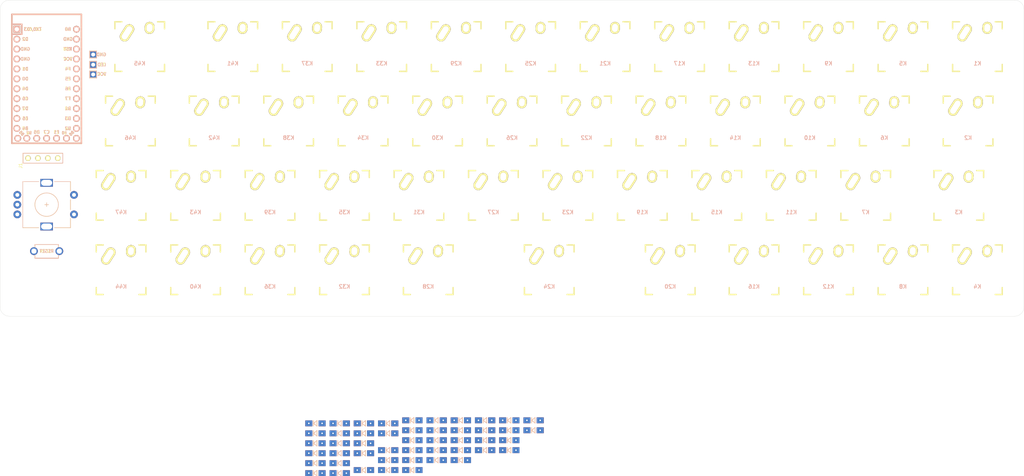
<source format=kicad_pcb>
(kicad_pcb (version 20171130) (host pcbnew "(5.1.5-0-10_14)")
  (title_block (title Whimsy) (date 2020-03-03) (rev A) (company Prkns))
  (layers (0 F.Cu signal) (31 B.Cu signal) (34 B.Paste user) (35 F.Paste user) (36 B.SilkS user) (37 F.SilkS user) (38 B.Mask user) (39 F.Mask user) (44 Edge.Cuts user))
  (net 0 "")
  (net 1 "Net-(D1-Pad2)")
  (net 2 row0)
  (net 3 row1)
  (net 4 "Net-(D2-Pad2)")
  (net 5 row2)
  (net 6 "Net-(D3-Pad2)")
  (net 7 "Net-(D4-Pad2)")
  (net 8 row3)
  (net 9 "Net-(D5-Pad2)")
  (net 10 "Net-(D6-Pad2)")
  (net 11 "Net-(D7-Pad2)")
  (net 12 "Net-(D8-Pad2)")
  (net 13 "Net-(D9-Pad2)")
  (net 14 "Net-(D10-Pad2)")
  (net 15 "Net-(D11-Pad2)")
  (net 16 "Net-(D12-Pad2)")
  (net 17 "Net-(D13-Pad2)")
  (net 18 "Net-(D14-Pad2)")
  (net 19 "Net-(D15-Pad2)")
  (net 20 "Net-(D16-Pad2)")
  (net 21 "Net-(D17-Pad2)")
  (net 22 "Net-(D18-Pad2)")
  (net 23 "Net-(D19-Pad2)")
  (net 24 "Net-(D20-Pad2)")
  (net 25 "Net-(D21-Pad2)")
  (net 26 "Net-(D22-Pad2)")
  (net 27 "Net-(D23-Pad2)")
  (net 28 "Net-(D24-Pad2)")
  (net 29 "Net-(D25-Pad2)")
  (net 30 "Net-(D26-Pad2)")
  (net 31 "Net-(D27-Pad2)")
  (net 32 "Net-(D28-Pad2)")
  (net 33 row4)
  (net 34 "Net-(D29-Pad2)")
  (net 35 row5)
  (net 36 "Net-(D30-Pad2)")
  (net 37 "Net-(D31-Pad2)")
  (net 38 row6)
  (net 39 row7)
  (net 40 "Net-(D32-Pad2)")
  (net 41 "Net-(D33-Pad2)")
  (net 42 "Net-(D34-Pad2)")
  (net 43 "Net-(D35-Pad2)")
  (net 44 "Net-(D36-Pad2)")
  (net 45 "Net-(D37-Pad2)")
  (net 46 "Net-(D38-Pad2)")
  (net 47 "Net-(D39-Pad2)")
  (net 48 "Net-(D40-Pad2)")
  (net 49 "Net-(D41-Pad2)")
  (net 50 "Net-(D42-Pad2)")
  (net 51 "Net-(D43-Pad2)")
  (net 52 "Net-(D44-Pad2)")
  (net 53 "Net-(D45-Pad2)")
  (net 54 "Net-(D46-Pad2)")
  (net 55 "Net-(D47-Pad2)")
  (net 56 "Net-(D48-Pad2)")
  (net 57 SDA)
  (net 58 SCL)
  (net 59 VCC)
  (net 60 +5V)
  (net 61 /GND)
  (net 62 /LED)
  (net 63 col0)
  (net 64 col1)
  (net 65 col2)
  (net 66 "Net-(K10-Pad2)")
  (net 67 col3)
  (net 68 col4)
  (net 69 col5)
  (net 70 "Net-(K40-Pad2)")
  (net 71 "/Whimsy Matrix/rot0")
  (net 72 "/Whimsy Matrix/rot1")
  (net 73 reset)
  (net 74 /rot0)
  (net 75 /rot1)
  (net 76 "Net-(U1-Pad24)")
  (module SofleKeyboard-footprint:Diode_SOD123 (layer F.Cu) (at 109.75 165.548751)
    (fp_text reference D1 hide)
    (fp_text value D hide)
    (pad 2 thru_hole rect (at 1.7 0) (size 1.8 1.5) (drill 0.4) (layers *.Cu *.Mask) (net 1 "Net-(D1-Pad2)"))
    (pad 1 thru_hole rect (at -1.7 0) (size 1.8 1.5) (drill 0.4) (layers *.Cu *.Mask) (net 2 row0))
  )
  (module SofleKeyboard-footprint:Diode_SOD123 (layer F.Cu) (at 146.95 172.418751)
    (fp_text reference D2 hide)
    (fp_text value D hide)
    (pad 1 thru_hole rect (at -1.7 0) (size 1.8 1.5) (drill 0.4) (layers *.Cu *.Mask) (net 3 row1))
    (pad 2 thru_hole rect (at 1.7 0) (size 1.8 1.5) (drill 0.4) (layers *.Cu *.Mask) (net 4 "Net-(D2-Pad2)"))
  )
  (module SofleKeyboard-footprint:Diode_SOD123 (layer F.Cu) (at 115.95 165.548751)
    (fp_text reference D3 hide)
    (fp_text value D hide)
    (pad 1 thru_hole rect (at -1.7 0) (size 1.8 1.5) (drill 0.4) (layers *.Cu *.Mask) (net 5 row2))
    (pad 2 thru_hole rect (at 1.7 0) (size 1.8 1.5) (drill 0.4) (layers *.Cu *.Mask) (net 6 "Net-(D3-Pad2)"))
  )
  (module SofleKeyboard-footprint:Diode_SOD123 (layer F.Cu) (at 97.35 168.098751)
    (fp_text reference D4 hide)
    (fp_text value D hide)
    (pad 2 thru_hole rect (at 1.7 0) (size 1.8 1.5) (drill 0.4) (layers *.Cu *.Mask) (net 7 "Net-(D4-Pad2)"))
    (pad 1 thru_hole rect (at -1.7 0) (size 1.8 1.5) (drill 0.4) (layers *.Cu *.Mask) (net 8 row3))
  )
  (module SofleKeyboard-footprint:Diode_SOD123 (layer F.Cu) (at 134.55 174.968751)
    (fp_text reference D5 hide)
    (fp_text value D hide)
    (pad 2 thru_hole rect (at 1.7 0) (size 1.8 1.5) (drill 0.4) (layers *.Cu *.Mask) (net 9 "Net-(D5-Pad2)"))
    (pad 1 thru_hole rect (at -1.7 0) (size 1.8 1.5) (drill 0.4) (layers *.Cu *.Mask) (net 2 row0))
  )
  (module SofleKeyboard-footprint:Diode_SOD123 (layer F.Cu) (at 97.35 165.548751)
    (fp_text reference D6 hide)
    (fp_text value D hide)
    (pad 1 thru_hole rect (at -1.7 0) (size 1.8 1.5) (drill 0.4) (layers *.Cu *.Mask) (net 3 row1))
    (pad 2 thru_hole rect (at 1.7 0) (size 1.8 1.5) (drill 0.4) (layers *.Cu *.Mask) (net 10 "Net-(D6-Pad2)"))
  )
  (module SofleKeyboard-footprint:Diode_SOD123 (layer F.Cu) (at 103.55 165.548751)
    (fp_text reference D7 hide)
    (fp_text value D hide)
    (pad 2 thru_hole rect (at 1.7 0) (size 1.8 1.5) (drill 0.4) (layers *.Cu *.Mask) (net 11 "Net-(D7-Pad2)"))
    (pad 1 thru_hole rect (at -1.7 0) (size 1.8 1.5) (drill 0.4) (layers *.Cu *.Mask) (net 5 row2))
  )
  (module SofleKeyboard-footprint:Diode_SOD123 (layer F.Cu) (at 140.75 172.418751)
    (fp_text reference D8 hide)
    (fp_text value D hide)
    (pad 2 thru_hole rect (at 1.7 0) (size 1.8 1.5) (drill 0.4) (layers *.Cu *.Mask) (net 12 "Net-(D8-Pad2)"))
    (pad 1 thru_hole rect (at -1.7 0) (size 1.8 1.5) (drill 0.4) (layers *.Cu *.Mask) (net 8 row3))
  )
  (module SofleKeyboard-footprint:Diode_SOD123 (layer F.Cu) (at 134.55 172.418751)
    (fp_text reference D9 hide)
    (fp_text value D hide)
    (pad 1 thru_hole rect (at -1.7 0) (size 1.8 1.5) (drill 0.4) (layers *.Cu *.Mask) (net 2 row0))
    (pad 2 thru_hole rect (at 1.7 0) (size 1.8 1.5) (drill 0.4) (layers *.Cu *.Mask) (net 13 "Net-(D9-Pad2)"))
  )
  (module SofleKeyboard-footprint:Diode_SOD123 (layer F.Cu) (at 146.95 169.868751)
    (fp_text reference D10 hide)
    (fp_text value D hide)
    (pad 1 thru_hole rect (at -1.7 0) (size 1.8 1.5) (drill 0.4) (layers *.Cu *.Mask) (net 3 row1))
    (pad 2 thru_hole rect (at 1.7 0) (size 1.8 1.5) (drill 0.4) (layers *.Cu *.Mask) (net 14 "Net-(D10-Pad2)"))
  )
  (module SofleKeyboard-footprint:Diode_SOD123 (layer F.Cu) (at 140.75 169.868751)
    (fp_text reference D11 hide)
    (fp_text value D hide)
    (pad 2 thru_hole rect (at 1.7 0) (size 1.8 1.5) (drill 0.4) (layers *.Cu *.Mask) (net 15 "Net-(D11-Pad2)"))
    (pad 1 thru_hole rect (at -1.7 0) (size 1.8 1.5) (drill 0.4) (layers *.Cu *.Mask) (net 5 row2))
  )
  (module SofleKeyboard-footprint:Diode_SOD123 (layer F.Cu) (at 153.15 167.318751)
    (fp_text reference D12 hide)
    (fp_text value D hide)
    (pad 2 thru_hole rect (at 1.7 0) (size 1.8 1.5) (drill 0.4) (layers *.Cu *.Mask) (net 16 "Net-(D12-Pad2)"))
    (pad 1 thru_hole rect (at -1.7 0) (size 1.8 1.5) (drill 0.4) (layers *.Cu *.Mask) (net 8 row3))
  )
  (module SofleKeyboard-footprint:Diode_SOD123 (layer F.Cu) (at 146.95 167.318751)
    (fp_text reference D13 hide)
    (fp_text value D hide)
    (pad 2 thru_hole rect (at 1.7 0) (size 1.8 1.5) (drill 0.4) (layers *.Cu *.Mask) (net 17 "Net-(D13-Pad2)"))
    (pad 1 thru_hole rect (at -1.7 0) (size 1.8 1.5) (drill 0.4) (layers *.Cu *.Mask) (net 2 row0))
  )
  (module SofleKeyboard-footprint:Diode_SOD123 (layer F.Cu) (at 140.75 167.318751)
    (fp_text reference D14 hide)
    (fp_text value D hide)
    (pad 2 thru_hole rect (at 1.7 0) (size 1.8 1.5) (drill 0.4) (layers *.Cu *.Mask) (net 18 "Net-(D14-Pad2)"))
    (pad 1 thru_hole rect (at -1.7 0) (size 1.8 1.5) (drill 0.4) (layers *.Cu *.Mask) (net 3 row1))
  )
  (module SofleKeyboard-footprint:Diode_SOD123 (layer F.Cu) (at 153.15 164.768751)
    (fp_text reference D15 hide)
    (fp_text value D hide)
    (pad 2 thru_hole rect (at 1.7 0) (size 1.8 1.5) (drill 0.4) (layers *.Cu *.Mask) (net 19 "Net-(D15-Pad2)"))
    (pad 1 thru_hole rect (at -1.7 0) (size 1.8 1.5) (drill 0.4) (layers *.Cu *.Mask) (net 5 row2))
  )
  (module SofleKeyboard-footprint:Diode_SOD123 (layer F.Cu) (at 146.95 164.768751)
    (fp_text reference D16 hide)
    (fp_text value D hide)
    (pad 2 thru_hole rect (at 1.7 0) (size 1.8 1.5) (drill 0.4) (layers *.Cu *.Mask) (net 20 "Net-(D16-Pad2)"))
    (pad 1 thru_hole rect (at -1.7 0) (size 1.8 1.5) (drill 0.4) (layers *.Cu *.Mask) (net 8 row3))
  )
  (module SofleKeyboard-footprint:Diode_SOD123 (layer F.Cu) (at 140.75 164.768751)
    (fp_text reference D17 hide)
    (fp_text value D hide)
    (pad 1 thru_hole rect (at -1.7 0) (size 1.8 1.5) (drill 0.4) (layers *.Cu *.Mask) (net 2 row0))
    (pad 2 thru_hole rect (at 1.7 0) (size 1.8 1.5) (drill 0.4) (layers *.Cu *.Mask) (net 21 "Net-(D17-Pad2)"))
  )
  (module SofleKeyboard-footprint:Diode_SOD123 (layer F.Cu) (at 134.55 169.868751)
    (fp_text reference D18 hide)
    (fp_text value D hide)
    (pad 1 thru_hole rect (at -1.7 0) (size 1.8 1.5) (drill 0.4) (layers *.Cu *.Mask) (net 3 row1))
    (pad 2 thru_hole rect (at 1.7 0) (size 1.8 1.5) (drill 0.4) (layers *.Cu *.Mask) (net 22 "Net-(D18-Pad2)"))
  )
  (module SofleKeyboard-footprint:Diode_SOD123 (layer F.Cu) (at 128.35 174.968751)
    (fp_text reference D19 hide)
    (fp_text value D hide)
    (pad 1 thru_hole rect (at -1.7 0) (size 1.8 1.5) (drill 0.4) (layers *.Cu *.Mask) (net 5 row2))
    (pad 2 thru_hole rect (at 1.7 0) (size 1.8 1.5) (drill 0.4) (layers *.Cu *.Mask) (net 23 "Net-(D19-Pad2)"))
  )
  (module SofleKeyboard-footprint:Diode_SOD123 (layer F.Cu) (at 122.15 177.518751)
    (fp_text reference D20 hide)
    (fp_text value D hide)
    (pad 1 thru_hole rect (at -1.7 0) (size 1.8 1.5) (drill 0.4) (layers *.Cu *.Mask) (net 8 row3))
    (pad 2 thru_hole rect (at 1.7 0) (size 1.8 1.5) (drill 0.4) (layers *.Cu *.Mask) (net 24 "Net-(D20-Pad2)"))
  )
  (module SofleKeyboard-footprint:Diode_SOD123 (layer F.Cu) (at 115.95 177.518751)
    (fp_text reference D21 hide)
    (fp_text value D hide)
    (pad 1 thru_hole rect (at -1.7 0) (size 1.8 1.5) (drill 0.4) (layers *.Cu *.Mask) (net 2 row0))
    (pad 2 thru_hole rect (at 1.7 0) (size 1.8 1.5) (drill 0.4) (layers *.Cu *.Mask) (net 25 "Net-(D21-Pad2)"))
  )
  (module SofleKeyboard-footprint:Diode_SOD123 (layer F.Cu) (at 109.75 177.518751)
    (fp_text reference D22 hide)
    (fp_text value D hide)
    (pad 1 thru_hole rect (at -1.7 0) (size 1.8 1.5) (drill 0.4) (layers *.Cu *.Mask) (net 3 row1))
    (pad 2 thru_hole rect (at 1.7 0) (size 1.8 1.5) (drill 0.4) (layers *.Cu *.Mask) (net 26 "Net-(D22-Pad2)"))
  )
  (module SofleKeyboard-footprint:Diode_SOD123 (layer F.Cu) (at 122.15 174.968751)
    (fp_text reference D23 hide)
    (fp_text value D hide)
    (pad 2 thru_hole rect (at 1.7 0) (size 1.8 1.5) (drill 0.4) (layers *.Cu *.Mask) (net 27 "Net-(D23-Pad2)"))
    (pad 1 thru_hole rect (at -1.7 0) (size 1.8 1.5) (drill 0.4) (layers *.Cu *.Mask) (net 5 row2))
  )
  (module SofleKeyboard-footprint:Diode_SOD123 (layer F.Cu) (at 115.95 174.968751)
    (fp_text reference D24 hide)
    (fp_text value D hide)
    (pad 2 thru_hole rect (at 1.7 0) (size 1.8 1.5) (drill 0.4) (layers *.Cu *.Mask) (net 28 "Net-(D24-Pad2)"))
    (pad 1 thru_hole rect (at -1.7 0) (size 1.8 1.5) (drill 0.4) (layers *.Cu *.Mask) (net 8 row3))
  )
  (module SofleKeyboard-footprint:Diode_SOD123 (layer F.Cu) (at 128.35 172.418751)
    (fp_text reference D25 hide)
    (fp_text value D hide)
    (pad 2 thru_hole rect (at 1.7 0) (size 1.8 1.5) (drill 0.4) (layers *.Cu *.Mask) (net 29 "Net-(D25-Pad2)"))
    (pad 1 thru_hole rect (at -1.7 0) (size 1.8 1.5) (drill 0.4) (layers *.Cu *.Mask) (net 2 row0))
  )
  (module SofleKeyboard-footprint:Diode_SOD123 (layer F.Cu) (at 122.15 172.418751)
    (fp_text reference D26 hide)
    (fp_text value D hide)
    (pad 2 thru_hole rect (at 1.7 0) (size 1.8 1.5) (drill 0.4) (layers *.Cu *.Mask) (net 30 "Net-(D26-Pad2)"))
    (pad 1 thru_hole rect (at -1.7 0) (size 1.8 1.5) (drill 0.4) (layers *.Cu *.Mask) (net 3 row1))
  )
  (module SofleKeyboard-footprint:Diode_SOD123 (layer F.Cu) (at 115.95 172.418751)
    (fp_text reference D27 hide)
    (fp_text value D hide)
    (pad 1 thru_hole rect (at -1.7 0) (size 1.8 1.5) (drill 0.4) (layers *.Cu *.Mask) (net 5 row2))
    (pad 2 thru_hole rect (at 1.7 0) (size 1.8 1.5) (drill 0.4) (layers *.Cu *.Mask) (net 31 "Net-(D27-Pad2)"))
  )
  (module SofleKeyboard-footprint:Diode_SOD123 (layer F.Cu) (at 128.35 169.868751)
    (fp_text reference D28 hide)
    (fp_text value D hide)
    (pad 1 thru_hole rect (at -1.7 0) (size 1.8 1.5) (drill 0.4) (layers *.Cu *.Mask) (net 8 row3))
    (pad 2 thru_hole rect (at 1.7 0) (size 1.8 1.5) (drill 0.4) (layers *.Cu *.Mask) (net 32 "Net-(D28-Pad2)"))
  )
  (module SofleKeyboard-footprint:Diode_SOD123 (layer F.Cu) (at 122.15 169.868751)
    (fp_text reference D29 hide)
    (fp_text value D hide)
    (pad 1 thru_hole rect (at -1.7 0) (size 1.8 1.5) (drill 0.4) (layers *.Cu *.Mask) (net 33 row4))
    (pad 2 thru_hole rect (at 1.7 0) (size 1.8 1.5) (drill 0.4) (layers *.Cu *.Mask) (net 34 "Net-(D29-Pad2)"))
  )
  (module SofleKeyboard-footprint:Diode_SOD123 (layer F.Cu) (at 134.55 167.318751)
    (fp_text reference D30 hide)
    (fp_text value D hide)
    (pad 1 thru_hole rect (at -1.7 0) (size 1.8 1.5) (drill 0.4) (layers *.Cu *.Mask) (net 35 row5))
    (pad 2 thru_hole rect (at 1.7 0) (size 1.8 1.5) (drill 0.4) (layers *.Cu *.Mask) (net 36 "Net-(D30-Pad2)"))
  )
  (module SofleKeyboard-footprint:Diode_SOD123 (layer F.Cu) (at 128.35 167.318751)
    (fp_text reference D31 hide)
    (fp_text value D hide)
    (pad 2 thru_hole rect (at 1.7 0) (size 1.8 1.5) (drill 0.4) (layers *.Cu *.Mask) (net 37 "Net-(D31-Pad2)"))
    (pad 1 thru_hole rect (at -1.7 0) (size 1.8 1.5) (drill 0.4) (layers *.Cu *.Mask) (net 38 row6))
  )
  (module SofleKeyboard-footprint:Diode_SOD123 (layer F.Cu) (at 122.15 167.318751)
    (fp_text reference D32 hide)
    (fp_text value D hide)
    (pad 1 thru_hole rect (at -1.7 0) (size 1.8 1.5) (drill 0.4) (layers *.Cu *.Mask) (net 39 row7))
    (pad 2 thru_hole rect (at 1.7 0) (size 1.8 1.5) (drill 0.4) (layers *.Cu *.Mask) (net 40 "Net-(D32-Pad2)"))
  )
  (module SofleKeyboard-footprint:Diode_SOD123 (layer F.Cu) (at 134.55 164.768751)
    (fp_text reference D33 hide)
    (fp_text value D hide)
    (pad 2 thru_hole rect (at 1.7 0) (size 1.8 1.5) (drill 0.4) (layers *.Cu *.Mask) (net 41 "Net-(D33-Pad2)"))
    (pad 1 thru_hole rect (at -1.7 0) (size 1.8 1.5) (drill 0.4) (layers *.Cu *.Mask) (net 33 row4))
  )
  (module SofleKeyboard-footprint:Diode_SOD123 (layer F.Cu) (at 128.35 164.768751)
    (fp_text reference D34 hide)
    (fp_text value D hide)
    (pad 2 thru_hole rect (at 1.7 0) (size 1.8 1.5) (drill 0.4) (layers *.Cu *.Mask) (net 42 "Net-(D34-Pad2)"))
    (pad 1 thru_hole rect (at -1.7 0) (size 1.8 1.5) (drill 0.4) (layers *.Cu *.Mask) (net 35 row5))
  )
  (module SofleKeyboard-footprint:Diode_SOD123 (layer F.Cu) (at 122.15 164.768751)
    (fp_text reference D35 hide)
    (fp_text value D hide)
    (pad 1 thru_hole rect (at -1.7 0) (size 1.8 1.5) (drill 0.4) (layers *.Cu *.Mask) (net 38 row6))
    (pad 2 thru_hole rect (at 1.7 0) (size 1.8 1.5) (drill 0.4) (layers *.Cu *.Mask) (net 43 "Net-(D35-Pad2)"))
  )
  (module SofleKeyboard-footprint:Diode_SOD123 (layer F.Cu) (at 115.95 168.098751)
    (fp_text reference D36 hide)
    (fp_text value D hide)
    (pad 2 thru_hole rect (at 1.7 0) (size 1.8 1.5) (drill 0.4) (layers *.Cu *.Mask) (net 44 "Net-(D36-Pad2)"))
    (pad 1 thru_hole rect (at -1.7 0) (size 1.8 1.5) (drill 0.4) (layers *.Cu *.Mask) (net 39 row7))
  )
  (module SofleKeyboard-footprint:Diode_SOD123 (layer F.Cu) (at 109.75 173.198751)
    (fp_text reference D37 hide)
    (fp_text value D hide)
    (pad 1 thru_hole rect (at -1.7 0) (size 1.8 1.5) (drill 0.4) (layers *.Cu *.Mask) (net 33 row4))
    (pad 2 thru_hole rect (at 1.7 0) (size 1.8 1.5) (drill 0.4) (layers *.Cu *.Mask) (net 45 "Net-(D37-Pad2)"))
  )
  (module SofleKeyboard-footprint:Diode_SOD123 (layer F.Cu) (at 103.55 178.298751)
    (fp_text reference D38 hide)
    (fp_text value D hide)
    (pad 1 thru_hole rect (at -1.7 0) (size 1.8 1.5) (drill 0.4) (layers *.Cu *.Mask) (net 35 row5))
    (pad 2 thru_hole rect (at 1.7 0) (size 1.8 1.5) (drill 0.4) (layers *.Cu *.Mask) (net 46 "Net-(D38-Pad2)"))
  )
  (module SofleKeyboard-footprint:Diode_SOD123 (layer F.Cu) (at 97.35 178.298751)
    (fp_text reference D39 hide)
    (fp_text value D hide)
    (pad 2 thru_hole rect (at 1.7 0) (size 1.8 1.5) (drill 0.4) (layers *.Cu *.Mask) (net 47 "Net-(D39-Pad2)"))
    (pad 1 thru_hole rect (at -1.7 0) (size 1.8 1.5) (drill 0.4) (layers *.Cu *.Mask) (net 38 row6))
  )
  (module SofleKeyboard-footprint:Diode_SOD123 (layer F.Cu) (at 103.55 175.748751)
    (fp_text reference D40 hide)
    (fp_text value D hide)
    (pad 1 thru_hole rect (at -1.7 0) (size 1.8 1.5) (drill 0.4) (layers *.Cu *.Mask) (net 39 row7))
    (pad 2 thru_hole rect (at 1.7 0) (size 1.8 1.5) (drill 0.4) (layers *.Cu *.Mask) (net 48 "Net-(D40-Pad2)"))
  )
  (module SofleKeyboard-footprint:Diode_SOD123 (layer F.Cu) (at 97.35 175.748751)
    (fp_text reference D41 hide)
    (fp_text value D hide)
    (pad 2 thru_hole rect (at 1.7 0) (size 1.8 1.5) (drill 0.4) (layers *.Cu *.Mask) (net 49 "Net-(D41-Pad2)"))
    (pad 1 thru_hole rect (at -1.7 0) (size 1.8 1.5) (drill 0.4) (layers *.Cu *.Mask) (net 33 row4))
  )
  (module SofleKeyboard-footprint:Diode_SOD123 (layer F.Cu) (at 103.55 173.198751)
    (fp_text reference D42 hide)
    (fp_text value D hide)
    (pad 2 thru_hole rect (at 1.7 0) (size 1.8 1.5) (drill 0.4) (layers *.Cu *.Mask) (net 50 "Net-(D42-Pad2)"))
    (pad 1 thru_hole rect (at -1.7 0) (size 1.8 1.5) (drill 0.4) (layers *.Cu *.Mask) (net 35 row5))
  )
  (module SofleKeyboard-footprint:Diode_SOD123 (layer F.Cu) (at 97.35 173.198751)
    (fp_text reference D43 hide)
    (fp_text value D hide)
    (pad 1 thru_hole rect (at -1.7 0) (size 1.8 1.5) (drill 0.4) (layers *.Cu *.Mask) (net 38 row6))
    (pad 2 thru_hole rect (at 1.7 0) (size 1.8 1.5) (drill 0.4) (layers *.Cu *.Mask) (net 51 "Net-(D43-Pad2)"))
  )
  (module SofleKeyboard-footprint:Diode_SOD123 (layer F.Cu) (at 109.75 170.648751)
    (fp_text reference D44 hide)
    (fp_text value D hide)
    (pad 2 thru_hole rect (at 1.7 0) (size 1.8 1.5) (drill 0.4) (layers *.Cu *.Mask) (net 52 "Net-(D44-Pad2)"))
    (pad 1 thru_hole rect (at -1.7 0) (size 1.8 1.5) (drill 0.4) (layers *.Cu *.Mask) (net 39 row7))
  )
  (module SofleKeyboard-footprint:Diode_SOD123 (layer F.Cu) (at 103.55 170.648751)
    (fp_text reference D45 hide)
    (fp_text value D hide)
    (pad 1 thru_hole rect (at -1.7 0) (size 1.8 1.5) (drill 0.4) (layers *.Cu *.Mask) (net 33 row4))
    (pad 2 thru_hole rect (at 1.7 0) (size 1.8 1.5) (drill 0.4) (layers *.Cu *.Mask) (net 53 "Net-(D45-Pad2)"))
  )
  (module SofleKeyboard-footprint:Diode_SOD123 (layer F.Cu) (at 97.35 170.648751)
    (fp_text reference D46 hide)
    (fp_text value D hide)
    (pad 1 thru_hole rect (at -1.7 0) (size 1.8 1.5) (drill 0.4) (layers *.Cu *.Mask) (net 35 row5))
    (pad 2 thru_hole rect (at 1.7 0) (size 1.8 1.5) (drill 0.4) (layers *.Cu *.Mask) (net 54 "Net-(D46-Pad2)"))
  )
  (module SofleKeyboard-footprint:Diode_SOD123 (layer F.Cu) (at 109.75 168.098751)
    (fp_text reference D47 hide)
    (fp_text value D hide)
    (pad 2 thru_hole rect (at 1.7 0) (size 1.8 1.5) (drill 0.4) (layers *.Cu *.Mask) (net 55 "Net-(D47-Pad2)"))
    (pad 1 thru_hole rect (at -1.7 0) (size 1.8 1.5) (drill 0.4) (layers *.Cu *.Mask) (net 38 row6))
  )
  (module SofleKeyboard-footprint:Diode_SOD123 (layer F.Cu) (at 103.55 168.098751)
    (fp_text reference D48 hide)
    (fp_text value D hide)
    (pad 1 thru_hole rect (at -1.7 0) (size 1.8 1.5) (drill 0.4) (layers *.Cu *.Mask) (net 39 row7))
    (pad 2 thru_hole rect (at 1.7 0) (size 1.8 1.5) (drill 0.4) (layers *.Cu *.Mask) (net 56 "Net-(D48-Pad2)"))
  )
  (module SofleKeyboard-footprint:OLED_4Pin (layer F.Cu) (at 23.8125 97.63125)
    (fp_text reference J1 (at -1.915 1.93 90) (layer F.SilkS) (effects (font (size 0.8128 0.8128))))
    (fp_text value OLED hide)
    (pad 1 thru_hole circle (at 0 0) (size 1.397 1.397) (drill 0.8128) (layers *.Cu *.Mask F.SilkS) (net 57 SDA))
    (pad 2 thru_hole circle (at 2.54 0) (size 1.397 1.397) (drill 0.8128) (layers *.Cu *.Mask F.SilkS) (net 58 SCL))
    (pad 3 thru_hole circle (at 5.08 0) (size 1.397 1.397) (drill 0.8128) (layers *.Cu *.Mask F.SilkS) (net 59 VCC))
    (pad 4 thru_hole circle (at 7.62 0) (size 1.397 1.397) (drill 0.8128) (layers *.Cu *.Mask F.SilkS) (net 60 +5V))
  )
  (module SofleKeyboard-footprint:LED (layer F.Cu) (at 40.48125 76.2 180)
    (fp_text reference J2 hide)
    (fp_text value "LED Breakout" hide)
    (fp_text user VCC (at -2.2 0.1) (layer B.SilkS) (effects (font (size 0.8 0.8)) (justify mirror)))
    (fp_text user VCC (at -2.2 0.1) (layer F.SilkS) (effects (font (size 0.8 0.8))))
    (fp_text user GND (at -2.1 5.1) (layer F.SilkS) (effects (font (size 0.8 0.8))))
    (fp_text user LED (at -2.2 2.5) (layer B.SilkS) (effects (font (size 0.8 0.8)) (justify mirror)))
    (fp_text user LED (at -2.2 2.5 180) (layer F.SilkS) (effects (font (size 0.8 0.8))))
    (fp_text user GND (at -2.1 5.1) (layer B.SilkS) (effects (font (size 0.8 0.8)) (justify mirror)))
    (pad 3 thru_hole rect (at 0 5.1 180) (size 1.524 1.524) (drill 1) (layers *.Cu *.Mask) (net 61 /GND))
    (pad 2 thru_hole rect (at 0 2.5 180) (size 1.524 1.524) (drill 1) (layers *.Cu *.Mask) (net 62 /LED))
    (pad 1 thru_hole rect (at 0 0 270) (size 1.524 1.524) (drill 1) (layers *.Cu *.Mask) (net 59 VCC))
  )
  (module keebs:Mx_Alps_100 (layer F.Cu) (at 266.7 69.05625)
    (fp_text reference K1 (at 0 4.318) (layer B.SilkS) (effects (font (thickness 0.2)) (justify mirror)))
    (fp_text value KEYSW hide)
    (pad HOLE np_thru_hole circle (at 0 0) (size 3.9878 3.9878) (drill 3.9878) (layers *.Cu))
    (pad HOLE np_thru_hole circle (at -5.08 0) (size 1.7018 1.7018) (drill 1.7018) (layers *.Cu))
    (pad HOLE np_thru_hole circle (at 5.08 0) (size 1.7018 1.7018) (drill 1.7018) (layers *.Cu))
    (pad 1 thru_hole oval (at -3.255 -3.52 327.5) (size 2.5 4.75) (drill oval 1.5 3.75) (layers *.Cu *.Mask F.SilkS) (net 63 col0))
    (pad 2 thru_hole oval (at 2.52 -4.79 356.1) (size 2.5 3.08) (drill oval 1.5 2.08) (layers *.Cu *.Mask F.SilkS) (net 1 "Net-(D1-Pad2)"))
  )
  (module keebs:Mx_Alps_100 (layer F.Cu) (at 266.7 126.20625)
    (fp_text reference K4 (at 0 4.318) (layer B.SilkS) (effects (font (thickness 0.2)) (justify mirror)))
    (fp_text value KEYSW hide)
    (pad 2 thru_hole oval (at 2.52 -4.79 356.1) (size 2.5 3.08) (drill oval 1.5 2.08) (layers *.Cu *.Mask F.SilkS) (net 7 "Net-(D4-Pad2)"))
    (pad 1 thru_hole oval (at -3.255 -3.52 327.5) (size 2.5 4.75) (drill oval 1.5 3.75) (layers *.Cu *.Mask F.SilkS) (net 63 col0))
    (pad HOLE np_thru_hole circle (at 5.08 0) (size 1.7018 1.7018) (drill 1.7018) (layers *.Cu))
    (pad HOLE np_thru_hole circle (at -5.08 0) (size 1.7018 1.7018) (drill 1.7018) (layers *.Cu))
    (pad HOLE np_thru_hole circle (at 0 0) (size 3.9878 3.9878) (drill 3.9878) (layers *.Cu))
  )
  (module keebs:Mx_Alps_100 (layer F.Cu) (at 247.65 69.05625)
    (fp_text reference K5 (at 0 4.318) (layer B.SilkS) (effects (font (thickness 0.2)) (justify mirror)))
    (fp_text value KEYSW hide)
    (pad 2 thru_hole oval (at 2.52 -4.79 356.1) (size 2.5 3.08) (drill oval 1.5 2.08) (layers *.Cu *.Mask F.SilkS) (net 9 "Net-(D5-Pad2)"))
    (pad 1 thru_hole oval (at -3.255 -3.52 327.5) (size 2.5 4.75) (drill oval 1.5 3.75) (layers *.Cu *.Mask F.SilkS) (net 64 col1))
    (pad HOLE np_thru_hole circle (at 5.08 0) (size 1.7018 1.7018) (drill 1.7018) (layers *.Cu))
    (pad HOLE np_thru_hole circle (at -5.08 0) (size 1.7018 1.7018) (drill 1.7018) (layers *.Cu))
    (pad HOLE np_thru_hole circle (at 0 0) (size 3.9878 3.9878) (drill 3.9878) (layers *.Cu))
  )
  (module keebs:Mx_Alps_100 (layer F.Cu) (at 242.8875 88.10625)
    (fp_text reference K6 (at 0 4.318) (layer B.SilkS) (effects (font (thickness 0.2)) (justify mirror)))
    (fp_text value KEYSW hide)
    (pad HOLE np_thru_hole circle (at 0 0) (size 3.9878 3.9878) (drill 3.9878) (layers *.Cu))
    (pad HOLE np_thru_hole circle (at -5.08 0) (size 1.7018 1.7018) (drill 1.7018) (layers *.Cu))
    (pad HOLE np_thru_hole circle (at 5.08 0) (size 1.7018 1.7018) (drill 1.7018) (layers *.Cu))
    (pad 1 thru_hole oval (at -3.255 -3.52 327.5) (size 2.5 4.75) (drill oval 1.5 3.75) (layers *.Cu *.Mask F.SilkS) (net 64 col1))
    (pad 2 thru_hole oval (at 2.52 -4.79 356.1) (size 2.5 3.08) (drill oval 1.5 2.08) (layers *.Cu *.Mask F.SilkS) (net 10 "Net-(D6-Pad2)"))
  )
  (module keebs:Mx_Alps_100 (layer F.Cu) (at 238.125 107.15625)
    (fp_text reference K7 (at 0 4.318) (layer B.SilkS) (effects (font (thickness 0.2)) (justify mirror)))
    (fp_text value KEYSW hide)
    (pad HOLE np_thru_hole circle (at 0 0) (size 3.9878 3.9878) (drill 3.9878) (layers *.Cu))
    (pad HOLE np_thru_hole circle (at -5.08 0) (size 1.7018 1.7018) (drill 1.7018) (layers *.Cu))
    (pad HOLE np_thru_hole circle (at 5.08 0) (size 1.7018 1.7018) (drill 1.7018) (layers *.Cu))
    (pad 1 thru_hole oval (at -3.255 -3.52 327.5) (size 2.5 4.75) (drill oval 1.5 3.75) (layers *.Cu *.Mask F.SilkS) (net 64 col1))
    (pad 2 thru_hole oval (at 2.52 -4.79 356.1) (size 2.5 3.08) (drill oval 1.5 2.08) (layers *.Cu *.Mask F.SilkS) (net 11 "Net-(D7-Pad2)"))
  )
  (module keebs:Mx_Alps_100 (layer F.Cu) (at 247.65 126.20625)
    (fp_text reference K8 (at 0 4.318) (layer B.SilkS) (effects (font (thickness 0.2)) (justify mirror)))
    (fp_text value KEYSW hide)
    (pad 2 thru_hole oval (at 2.52 -4.79 356.1) (size 2.5 3.08) (drill oval 1.5 2.08) (layers *.Cu *.Mask F.SilkS) (net 12 "Net-(D8-Pad2)"))
    (pad 1 thru_hole oval (at -3.255 -3.52 327.5) (size 2.5 4.75) (drill oval 1.5 3.75) (layers *.Cu *.Mask F.SilkS) (net 64 col1))
    (pad HOLE np_thru_hole circle (at 5.08 0) (size 1.7018 1.7018) (drill 1.7018) (layers *.Cu))
    (pad HOLE np_thru_hole circle (at -5.08 0) (size 1.7018 1.7018) (drill 1.7018) (layers *.Cu))
    (pad HOLE np_thru_hole circle (at 0 0) (size 3.9878 3.9878) (drill 3.9878) (layers *.Cu))
  )
  (module keebs:Mx_Alps_100 (layer F.Cu) (at 228.6 69.05625)
    (fp_text reference K9 (at 0 4.318) (layer B.SilkS) (effects (font (thickness 0.2)) (justify mirror)))
    (fp_text value KEYSW hide)
    (pad HOLE np_thru_hole circle (at 0 0) (size 3.9878 3.9878) (drill 3.9878) (layers *.Cu))
    (pad HOLE np_thru_hole circle (at -5.08 0) (size 1.7018 1.7018) (drill 1.7018) (layers *.Cu))
    (pad HOLE np_thru_hole circle (at 5.08 0) (size 1.7018 1.7018) (drill 1.7018) (layers *.Cu))
    (pad 1 thru_hole oval (at -3.255 -3.52 327.5) (size 2.5 4.75) (drill oval 1.5 3.75) (layers *.Cu *.Mask F.SilkS) (net 65 col2))
    (pad 2 thru_hole oval (at 2.52 -4.79 356.1) (size 2.5 3.08) (drill oval 1.5 2.08) (layers *.Cu *.Mask F.SilkS) (net 13 "Net-(D9-Pad2)"))
  )
  (module keebs:Mx_Alps_100 (layer F.Cu) (at 223.8375 88.10625)
    (fp_text reference K10 (at 0 4.318) (layer B.SilkS) (effects (font (thickness 0.2)) (justify mirror)))
    (fp_text value KEYSW hide)
    (pad HOLE np_thru_hole circle (at 0 0) (size 3.9878 3.9878) (drill 3.9878) (layers *.Cu))
    (pad HOLE np_thru_hole circle (at -5.08 0) (size 1.7018 1.7018) (drill 1.7018) (layers *.Cu))
    (pad HOLE np_thru_hole circle (at 5.08 0) (size 1.7018 1.7018) (drill 1.7018) (layers *.Cu))
    (pad 1 thru_hole oval (at -3.255 -3.52 327.5) (size 2.5 4.75) (drill oval 1.5 3.75) (layers *.Cu *.Mask F.SilkS) (net 65 col2))
    (pad 2 thru_hole oval (at 2.52 -4.79 356.1) (size 2.5 3.08) (drill oval 1.5 2.08) (layers *.Cu *.Mask F.SilkS) (net 66 "Net-(K10-Pad2)"))
  )
  (module keebs:Mx_Alps_100 (layer F.Cu) (at 219.075 107.15625)
    (fp_text reference K11 (at 0 4.318) (layer B.SilkS) (effects (font (thickness 0.2)) (justify mirror)))
    (fp_text value KEYSW hide)
    (pad 2 thru_hole oval (at 2.52 -4.79 356.1) (size 2.5 3.08) (drill oval 1.5 2.08) (layers *.Cu *.Mask F.SilkS) (net 15 "Net-(D11-Pad2)"))
    (pad 1 thru_hole oval (at -3.255 -3.52 327.5) (size 2.5 4.75) (drill oval 1.5 3.75) (layers *.Cu *.Mask F.SilkS) (net 65 col2))
    (pad HOLE np_thru_hole circle (at 5.08 0) (size 1.7018 1.7018) (drill 1.7018) (layers *.Cu))
    (pad HOLE np_thru_hole circle (at -5.08 0) (size 1.7018 1.7018) (drill 1.7018) (layers *.Cu))
    (pad HOLE np_thru_hole circle (at 0 0) (size 3.9878 3.9878) (drill 3.9878) (layers *.Cu))
  )
  (module keebs:Mx_Alps_100 (layer F.Cu) (at 228.6 126.20625)
    (fp_text reference K12 (at 0 4.318) (layer B.SilkS) (effects (font (thickness 0.2)) (justify mirror)))
    (fp_text value KEYSW hide)
    (pad 2 thru_hole oval (at 2.52 -4.79 356.1) (size 2.5 3.08) (drill oval 1.5 2.08) (layers *.Cu *.Mask F.SilkS) (net 16 "Net-(D12-Pad2)"))
    (pad 1 thru_hole oval (at -3.255 -3.52 327.5) (size 2.5 4.75) (drill oval 1.5 3.75) (layers *.Cu *.Mask F.SilkS) (net 65 col2))
    (pad HOLE np_thru_hole circle (at 5.08 0) (size 1.7018 1.7018) (drill 1.7018) (layers *.Cu))
    (pad HOLE np_thru_hole circle (at -5.08 0) (size 1.7018 1.7018) (drill 1.7018) (layers *.Cu))
    (pad HOLE np_thru_hole circle (at 0 0) (size 3.9878 3.9878) (drill 3.9878) (layers *.Cu))
  )
  (module keebs:Mx_Alps_100 (layer F.Cu) (at 209.55 69.05625)
    (fp_text reference K13 (at 0 4.318) (layer B.SilkS) (effects (font (thickness 0.2)) (justify mirror)))
    (fp_text value KEYSW hide)
    (pad 2 thru_hole oval (at 2.52 -4.79 356.1) (size 2.5 3.08) (drill oval 1.5 2.08) (layers *.Cu *.Mask F.SilkS) (net 17 "Net-(D13-Pad2)"))
    (pad 1 thru_hole oval (at -3.255 -3.52 327.5) (size 2.5 4.75) (drill oval 1.5 3.75) (layers *.Cu *.Mask F.SilkS) (net 67 col3))
    (pad HOLE np_thru_hole circle (at 5.08 0) (size 1.7018 1.7018) (drill 1.7018) (layers *.Cu))
    (pad HOLE np_thru_hole circle (at -5.08 0) (size 1.7018 1.7018) (drill 1.7018) (layers *.Cu))
    (pad HOLE np_thru_hole circle (at 0 0) (size 3.9878 3.9878) (drill 3.9878) (layers *.Cu))
  )
  (module keebs:Mx_Alps_100 (layer F.Cu) (at 204.7875 88.10625)
    (fp_text reference K14 (at 0 4.318) (layer B.SilkS) (effects (font (thickness 0.2)) (justify mirror)))
    (fp_text value KEYSW hide)
    (pad HOLE np_thru_hole circle (at 0 0) (size 3.9878 3.9878) (drill 3.9878) (layers *.Cu))
    (pad HOLE np_thru_hole circle (at -5.08 0) (size 1.7018 1.7018) (drill 1.7018) (layers *.Cu))
    (pad HOLE np_thru_hole circle (at 5.08 0) (size 1.7018 1.7018) (drill 1.7018) (layers *.Cu))
    (pad 1 thru_hole oval (at -3.255 -3.52 327.5) (size 2.5 4.75) (drill oval 1.5 3.75) (layers *.Cu *.Mask F.SilkS) (net 67 col3))
    (pad 2 thru_hole oval (at 2.52 -4.79 356.1) (size 2.5 3.08) (drill oval 1.5 2.08) (layers *.Cu *.Mask F.SilkS) (net 18 "Net-(D14-Pad2)"))
  )
  (module keebs:Mx_Alps_100 (layer F.Cu) (at 200.025 107.15625)
    (fp_text reference K15 (at 0 4.318) (layer B.SilkS) (effects (font (thickness 0.2)) (justify mirror)))
    (fp_text value KEYSW hide)
    (pad 2 thru_hole oval (at 2.52 -4.79 356.1) (size 2.5 3.08) (drill oval 1.5 2.08) (layers *.Cu *.Mask F.SilkS) (net 19 "Net-(D15-Pad2)"))
    (pad 1 thru_hole oval (at -3.255 -3.52 327.5) (size 2.5 4.75) (drill oval 1.5 3.75) (layers *.Cu *.Mask F.SilkS) (net 67 col3))
    (pad HOLE np_thru_hole circle (at 5.08 0) (size 1.7018 1.7018) (drill 1.7018) (layers *.Cu))
    (pad HOLE np_thru_hole circle (at -5.08 0) (size 1.7018 1.7018) (drill 1.7018) (layers *.Cu))
    (pad HOLE np_thru_hole circle (at 0 0) (size 3.9878 3.9878) (drill 3.9878) (layers *.Cu))
  )
  (module keebs:Mx_Alps_100 (layer F.Cu) (at 209.55 126.20625)
    (fp_text reference K16 (at 0 4.318) (layer B.SilkS) (effects (font (thickness 0.2)) (justify mirror)))
    (fp_text value KEYSW hide)
    (pad 2 thru_hole oval (at 2.52 -4.79 356.1) (size 2.5 3.08) (drill oval 1.5 2.08) (layers *.Cu *.Mask F.SilkS) (net 20 "Net-(D16-Pad2)"))
    (pad 1 thru_hole oval (at -3.255 -3.52 327.5) (size 2.5 4.75) (drill oval 1.5 3.75) (layers *.Cu *.Mask F.SilkS) (net 67 col3))
    (pad HOLE np_thru_hole circle (at 5.08 0) (size 1.7018 1.7018) (drill 1.7018) (layers *.Cu))
    (pad HOLE np_thru_hole circle (at -5.08 0) (size 1.7018 1.7018) (drill 1.7018) (layers *.Cu))
    (pad HOLE np_thru_hole circle (at 0 0) (size 3.9878 3.9878) (drill 3.9878) (layers *.Cu))
  )
  (module keebs:Mx_Alps_100 (layer F.Cu) (at 190.5 69.05625)
    (fp_text reference K17 (at 0 4.318) (layer B.SilkS) (effects (font (thickness 0.2)) (justify mirror)))
    (fp_text value KEYSW hide)
    (pad HOLE np_thru_hole circle (at 0 0) (size 3.9878 3.9878) (drill 3.9878) (layers *.Cu))
    (pad HOLE np_thru_hole circle (at -5.08 0) (size 1.7018 1.7018) (drill 1.7018) (layers *.Cu))
    (pad HOLE np_thru_hole circle (at 5.08 0) (size 1.7018 1.7018) (drill 1.7018) (layers *.Cu))
    (pad 1 thru_hole oval (at -3.255 -3.52 327.5) (size 2.5 4.75) (drill oval 1.5 3.75) (layers *.Cu *.Mask F.SilkS) (net 68 col4))
    (pad 2 thru_hole oval (at 2.52 -4.79 356.1) (size 2.5 3.08) (drill oval 1.5 2.08) (layers *.Cu *.Mask F.SilkS) (net 21 "Net-(D17-Pad2)"))
  )
  (module keebs:Mx_Alps_100 (layer F.Cu) (at 185.7375 88.10625)
    (fp_text reference K18 (at 0 4.318) (layer B.SilkS) (effects (font (thickness 0.2)) (justify mirror)))
    (fp_text value KEYSW hide)
    (pad 2 thru_hole oval (at 2.52 -4.79 356.1) (size 2.5 3.08) (drill oval 1.5 2.08) (layers *.Cu *.Mask F.SilkS) (net 22 "Net-(D18-Pad2)"))
    (pad 1 thru_hole oval (at -3.255 -3.52 327.5) (size 2.5 4.75) (drill oval 1.5 3.75) (layers *.Cu *.Mask F.SilkS) (net 68 col4))
    (pad HOLE np_thru_hole circle (at 5.08 0) (size 1.7018 1.7018) (drill 1.7018) (layers *.Cu))
    (pad HOLE np_thru_hole circle (at -5.08 0) (size 1.7018 1.7018) (drill 1.7018) (layers *.Cu))
    (pad HOLE np_thru_hole circle (at 0 0) (size 3.9878 3.9878) (drill 3.9878) (layers *.Cu))
  )
  (module keebs:Mx_Alps_100 (layer F.Cu) (at 180.975 107.15625)
    (fp_text reference K19 (at 0 4.318) (layer B.SilkS) (effects (font (thickness 0.2)) (justify mirror)))
    (fp_text value KEYSW hide)
    (pad HOLE np_thru_hole circle (at 0 0) (size 3.9878 3.9878) (drill 3.9878) (layers *.Cu))
    (pad HOLE np_thru_hole circle (at -5.08 0) (size 1.7018 1.7018) (drill 1.7018) (layers *.Cu))
    (pad HOLE np_thru_hole circle (at 5.08 0) (size 1.7018 1.7018) (drill 1.7018) (layers *.Cu))
    (pad 1 thru_hole oval (at -3.255 -3.52 327.5) (size 2.5 4.75) (drill oval 1.5 3.75) (layers *.Cu *.Mask F.SilkS) (net 68 col4))
    (pad 2 thru_hole oval (at 2.52 -4.79 356.1) (size 2.5 3.08) (drill oval 1.5 2.08) (layers *.Cu *.Mask F.SilkS) (net 23 "Net-(D19-Pad2)"))
  )
  (module keebs:Mx_Alps_100 (layer F.Cu) (at 171.45 69.05625)
    (fp_text reference K21 (at 0 4.318) (layer B.SilkS) (effects (font (thickness 0.2)) (justify mirror)))
    (fp_text value KEYSW hide)
    (pad 2 thru_hole oval (at 2.52 -4.79 356.1) (size 2.5 3.08) (drill oval 1.5 2.08) (layers *.Cu *.Mask F.SilkS) (net 25 "Net-(D21-Pad2)"))
    (pad 1 thru_hole oval (at -3.255 -3.52 327.5) (size 2.5 4.75) (drill oval 1.5 3.75) (layers *.Cu *.Mask F.SilkS) (net 69 col5))
    (pad HOLE np_thru_hole circle (at 5.08 0) (size 1.7018 1.7018) (drill 1.7018) (layers *.Cu))
    (pad HOLE np_thru_hole circle (at -5.08 0) (size 1.7018 1.7018) (drill 1.7018) (layers *.Cu))
    (pad HOLE np_thru_hole circle (at 0 0) (size 3.9878 3.9878) (drill 3.9878) (layers *.Cu))
  )
  (module keebs:Mx_Alps_100 (layer F.Cu) (at 166.6875 88.10625)
    (fp_text reference K22 (at 0 4.318) (layer B.SilkS) (effects (font (thickness 0.2)) (justify mirror)))
    (fp_text value KEYSW hide)
    (pad HOLE np_thru_hole circle (at 0 0) (size 3.9878 3.9878) (drill 3.9878) (layers *.Cu))
    (pad HOLE np_thru_hole circle (at -5.08 0) (size 1.7018 1.7018) (drill 1.7018) (layers *.Cu))
    (pad HOLE np_thru_hole circle (at 5.08 0) (size 1.7018 1.7018) (drill 1.7018) (layers *.Cu))
    (pad 1 thru_hole oval (at -3.255 -3.52 327.5) (size 2.5 4.75) (drill oval 1.5 3.75) (layers *.Cu *.Mask F.SilkS) (net 69 col5))
    (pad 2 thru_hole oval (at 2.52 -4.79 356.1) (size 2.5 3.08) (drill oval 1.5 2.08) (layers *.Cu *.Mask F.SilkS) (net 26 "Net-(D22-Pad2)"))
  )
  (module keebs:Mx_Alps_100 (layer F.Cu) (at 161.925 107.15625)
    (fp_text reference K23 (at 0 4.318) (layer B.SilkS) (effects (font (thickness 0.2)) (justify mirror)))
    (fp_text value KEYSW hide)
    (pad 2 thru_hole oval (at 2.52 -4.79 356.1) (size 2.5 3.08) (drill oval 1.5 2.08) (layers *.Cu *.Mask F.SilkS) (net 27 "Net-(D23-Pad2)"))
    (pad 1 thru_hole oval (at -3.255 -3.52 327.5) (size 2.5 4.75) (drill oval 1.5 3.75) (layers *.Cu *.Mask F.SilkS) (net 69 col5))
    (pad HOLE np_thru_hole circle (at 5.08 0) (size 1.7018 1.7018) (drill 1.7018) (layers *.Cu))
    (pad HOLE np_thru_hole circle (at -5.08 0) (size 1.7018 1.7018) (drill 1.7018) (layers *.Cu))
    (pad HOLE np_thru_hole circle (at 0 0) (size 3.9878 3.9878) (drill 3.9878) (layers *.Cu))
  )
  (module keebs:Mx_Alps_200 (layer F.Cu) (at 157.1625 126.20625)
    (fp_text reference K24 (at 0 4.318) (layer B.SilkS) (effects (font (thickness 0.2)) (justify mirror)))
    (fp_text value KEYSW hide)
    (pad HOLE np_thru_hole circle (at 0 0) (size 3.9878 3.9878) (drill 3.9878) (layers *.Cu))
    (pad HOLE np_thru_hole circle (at -5.08 0) (size 1.7018 1.7018) (drill 1.7018) (layers *.Cu))
    (pad HOLE np_thru_hole circle (at 5.08 0) (size 1.7018 1.7018) (drill 1.7018) (layers *.Cu))
    (pad HOLE np_thru_hole circle (at -11.938 -6.985) (size 3.048 3.048) (drill 3.048) (layers *.Cu))
    (pad HOLE np_thru_hole circle (at 11.938 -6.985) (size 3.048 3.048) (drill 3.048) (layers *.Cu))
    (pad HOLE np_thru_hole circle (at -11.938 8.255) (size 3.9878 3.9878) (drill 3.9878) (layers *.Cu))
    (pad HOLE np_thru_hole circle (at 11.938 8.255) (size 3.9878 3.9878) (drill 3.9878) (layers *.Cu))
    (pad 1 thru_hole oval (at -3.255 -3.52 327.5) (size 2.5 4.75) (drill oval 1.5 3.75) (layers *.Cu *.Mask F.SilkS) (net 69 col5))
    (pad 2 thru_hole oval (at 2.52 -4.79 356.1) (size 2.5 3.08) (drill oval 1.5 2.08) (layers *.Cu *.Mask F.SilkS) (net 28 "Net-(D24-Pad2)"))
  )
  (module keebs:Mx_Alps_100 (layer F.Cu) (at 152.4 69.05625)
    (fp_text reference K25 (at 0 4.318) (layer B.SilkS) (effects (font (thickness 0.2)) (justify mirror)))
    (fp_text value KEYSW hide)
    (pad HOLE np_thru_hole circle (at 0 0) (size 3.9878 3.9878) (drill 3.9878) (layers *.Cu))
    (pad HOLE np_thru_hole circle (at -5.08 0) (size 1.7018 1.7018) (drill 1.7018) (layers *.Cu))
    (pad HOLE np_thru_hole circle (at 5.08 0) (size 1.7018 1.7018) (drill 1.7018) (layers *.Cu))
    (pad 1 thru_hole oval (at -3.255 -3.52 327.5) (size 2.5 4.75) (drill oval 1.5 3.75) (layers *.Cu *.Mask F.SilkS) (net 69 col5))
    (pad 2 thru_hole oval (at 2.52 -4.79 356.1) (size 2.5 3.08) (drill oval 1.5 2.08) (layers *.Cu *.Mask F.SilkS) (net 29 "Net-(D25-Pad2)"))
  )
  (module keebs:Mx_Alps_100 (layer F.Cu) (at 147.6375 88.10625)
    (fp_text reference K26 (at 0 4.318) (layer B.SilkS) (effects (font (thickness 0.2)) (justify mirror)))
    (fp_text value KEYSW hide)
    (pad 2 thru_hole oval (at 2.52 -4.79 356.1) (size 2.5 3.08) (drill oval 1.5 2.08) (layers *.Cu *.Mask F.SilkS) (net 30 "Net-(D26-Pad2)"))
    (pad 1 thru_hole oval (at -3.255 -3.52 327.5) (size 2.5 4.75) (drill oval 1.5 3.75) (layers *.Cu *.Mask F.SilkS) (net 69 col5))
    (pad HOLE np_thru_hole circle (at 5.08 0) (size 1.7018 1.7018) (drill 1.7018) (layers *.Cu))
    (pad HOLE np_thru_hole circle (at -5.08 0) (size 1.7018 1.7018) (drill 1.7018) (layers *.Cu))
    (pad HOLE np_thru_hole circle (at 0 0) (size 3.9878 3.9878) (drill 3.9878) (layers *.Cu))
  )
  (module keebs:Mx_Alps_100 (layer F.Cu) (at 142.875 107.15625)
    (fp_text reference K27 (at 0 4.318) (layer B.SilkS) (effects (font (thickness 0.2)) (justify mirror)))
    (fp_text value KEYSW hide)
    (pad HOLE np_thru_hole circle (at 0 0) (size 3.9878 3.9878) (drill 3.9878) (layers *.Cu))
    (pad HOLE np_thru_hole circle (at -5.08 0) (size 1.7018 1.7018) (drill 1.7018) (layers *.Cu))
    (pad HOLE np_thru_hole circle (at 5.08 0) (size 1.7018 1.7018) (drill 1.7018) (layers *.Cu))
    (pad 1 thru_hole oval (at -3.255 -3.52 327.5) (size 2.5 4.75) (drill oval 1.5 3.75) (layers *.Cu *.Mask F.SilkS) (net 69 col5))
    (pad 2 thru_hole oval (at 2.52 -4.79 356.1) (size 2.5 3.08) (drill oval 1.5 2.08) (layers *.Cu *.Mask F.SilkS) (net 31 "Net-(D27-Pad2)"))
  )
  (module keebs:Mx_Alps_100 (layer F.Cu) (at 133.35 69.05625)
    (fp_text reference K29 (at 0 4.318) (layer B.SilkS) (effects (font (thickness 0.2)) (justify mirror)))
    (fp_text value KEYSW hide)
    (pad HOLE np_thru_hole circle (at 0 0) (size 3.9878 3.9878) (drill 3.9878) (layers *.Cu))
    (pad HOLE np_thru_hole circle (at -5.08 0) (size 1.7018 1.7018) (drill 1.7018) (layers *.Cu))
    (pad HOLE np_thru_hole circle (at 5.08 0) (size 1.7018 1.7018) (drill 1.7018) (layers *.Cu))
    (pad 1 thru_hole oval (at -3.255 -3.52 327.5) (size 2.5 4.75) (drill oval 1.5 3.75) (layers *.Cu *.Mask F.SilkS) (net 68 col4))
    (pad 2 thru_hole oval (at 2.52 -4.79 356.1) (size 2.5 3.08) (drill oval 1.5 2.08) (layers *.Cu *.Mask F.SilkS) (net 34 "Net-(D29-Pad2)"))
  )
  (module keebs:Mx_Alps_100 (layer F.Cu) (at 128.5875 88.10625)
    (fp_text reference K30 (at 0 4.318) (layer B.SilkS) (effects (font (thickness 0.2)) (justify mirror)))
    (fp_text value KEYSW hide)
    (pad 2 thru_hole oval (at 2.52 -4.79 356.1) (size 2.5 3.08) (drill oval 1.5 2.08) (layers *.Cu *.Mask F.SilkS) (net 36 "Net-(D30-Pad2)"))
    (pad 1 thru_hole oval (at -3.255 -3.52 327.5) (size 2.5 4.75) (drill oval 1.5 3.75) (layers *.Cu *.Mask F.SilkS) (net 68 col4))
    (pad HOLE np_thru_hole circle (at 5.08 0) (size 1.7018 1.7018) (drill 1.7018) (layers *.Cu))
    (pad HOLE np_thru_hole circle (at -5.08 0) (size 1.7018 1.7018) (drill 1.7018) (layers *.Cu))
    (pad HOLE np_thru_hole circle (at 0 0) (size 3.9878 3.9878) (drill 3.9878) (layers *.Cu))
  )
  (module keebs:Mx_Alps_100 (layer F.Cu) (at 123.825 107.15625)
    (fp_text reference K31 (at 0 4.318) (layer B.SilkS) (effects (font (thickness 0.2)) (justify mirror)))
    (fp_text value KEYSW hide)
    (pad HOLE np_thru_hole circle (at 0 0) (size 3.9878 3.9878) (drill 3.9878) (layers *.Cu))
    (pad HOLE np_thru_hole circle (at -5.08 0) (size 1.7018 1.7018) (drill 1.7018) (layers *.Cu))
    (pad HOLE np_thru_hole circle (at 5.08 0) (size 1.7018 1.7018) (drill 1.7018) (layers *.Cu))
    (pad 1 thru_hole oval (at -3.255 -3.52 327.5) (size 2.5 4.75) (drill oval 1.5 3.75) (layers *.Cu *.Mask F.SilkS) (net 68 col4))
    (pad 2 thru_hole oval (at 2.52 -4.79 356.1) (size 2.5 3.08) (drill oval 1.5 2.08) (layers *.Cu *.Mask F.SilkS) (net 37 "Net-(D31-Pad2)"))
  )
  (module keebs:Mx_Alps_100 (layer F.Cu) (at 104.775 126.20625)
    (fp_text reference K32 (at 0 4.318) (layer B.SilkS) (effects (font (thickness 0.2)) (justify mirror)))
    (fp_text value KEYSW hide)
    (pad HOLE np_thru_hole circle (at 0 0) (size 3.9878 3.9878) (drill 3.9878) (layers *.Cu))
    (pad HOLE np_thru_hole circle (at -5.08 0) (size 1.7018 1.7018) (drill 1.7018) (layers *.Cu))
    (pad HOLE np_thru_hole circle (at 5.08 0) (size 1.7018 1.7018) (drill 1.7018) (layers *.Cu))
    (pad 1 thru_hole oval (at -3.255 -3.52 327.5) (size 2.5 4.75) (drill oval 1.5 3.75) (layers *.Cu *.Mask F.SilkS) (net 68 col4))
    (pad 2 thru_hole oval (at 2.52 -4.79 356.1) (size 2.5 3.08) (drill oval 1.5 2.08) (layers *.Cu *.Mask F.SilkS) (net 40 "Net-(D32-Pad2)"))
  )
  (module keebs:Mx_Alps_100 (layer F.Cu) (at 114.3 69.05625)
    (fp_text reference K33 (at 0 4.318) (layer B.SilkS) (effects (font (thickness 0.2)) (justify mirror)))
    (fp_text value KEYSW hide)
    (pad 2 thru_hole oval (at 2.52 -4.79 356.1) (size 2.5 3.08) (drill oval 1.5 2.08) (layers *.Cu *.Mask F.SilkS) (net 41 "Net-(D33-Pad2)"))
    (pad 1 thru_hole oval (at -3.255 -3.52 327.5) (size 2.5 4.75) (drill oval 1.5 3.75) (layers *.Cu *.Mask F.SilkS) (net 67 col3))
    (pad HOLE np_thru_hole circle (at 5.08 0) (size 1.7018 1.7018) (drill 1.7018) (layers *.Cu))
    (pad HOLE np_thru_hole circle (at -5.08 0) (size 1.7018 1.7018) (drill 1.7018) (layers *.Cu))
    (pad HOLE np_thru_hole circle (at 0 0) (size 3.9878 3.9878) (drill 3.9878) (layers *.Cu))
  )
  (module keebs:Mx_Alps_100 (layer F.Cu) (at 109.5375 88.10625)
    (fp_text reference K34 (at 0 4.318) (layer B.SilkS) (effects (font (thickness 0.2)) (justify mirror)))
    (fp_text value KEYSW hide)
    (pad HOLE np_thru_hole circle (at 0 0) (size 3.9878 3.9878) (drill 3.9878) (layers *.Cu))
    (pad HOLE np_thru_hole circle (at -5.08 0) (size 1.7018 1.7018) (drill 1.7018) (layers *.Cu))
    (pad HOLE np_thru_hole circle (at 5.08 0) (size 1.7018 1.7018) (drill 1.7018) (layers *.Cu))
    (pad 1 thru_hole oval (at -3.255 -3.52 327.5) (size 2.5 4.75) (drill oval 1.5 3.75) (layers *.Cu *.Mask F.SilkS) (net 67 col3))
    (pad 2 thru_hole oval (at 2.52 -4.79 356.1) (size 2.5 3.08) (drill oval 1.5 2.08) (layers *.Cu *.Mask F.SilkS) (net 42 "Net-(D34-Pad2)"))
  )
  (module keebs:Mx_Alps_100 (layer F.Cu) (at 104.775 107.15625)
    (fp_text reference K35 (at 0 4.318) (layer B.SilkS) (effects (font (thickness 0.2)) (justify mirror)))
    (fp_text value KEYSW hide)
    (pad 2 thru_hole oval (at 2.52 -4.79 356.1) (size 2.5 3.08) (drill oval 1.5 2.08) (layers *.Cu *.Mask F.SilkS) (net 43 "Net-(D35-Pad2)"))
    (pad 1 thru_hole oval (at -3.255 -3.52 327.5) (size 2.5 4.75) (drill oval 1.5 3.75) (layers *.Cu *.Mask F.SilkS) (net 67 col3))
    (pad HOLE np_thru_hole circle (at 5.08 0) (size 1.7018 1.7018) (drill 1.7018) (layers *.Cu))
    (pad HOLE np_thru_hole circle (at -5.08 0) (size 1.7018 1.7018) (drill 1.7018) (layers *.Cu))
    (pad HOLE np_thru_hole circle (at 0 0) (size 3.9878 3.9878) (drill 3.9878) (layers *.Cu))
  )
  (module keebs:Mx_Alps_100 (layer F.Cu) (at 85.725 126.20625)
    (fp_text reference K36 (at 0 4.318) (layer B.SilkS) (effects (font (thickness 0.2)) (justify mirror)))
    (fp_text value KEYSW hide)
    (pad HOLE np_thru_hole circle (at 0 0) (size 3.9878 3.9878) (drill 3.9878) (layers *.Cu))
    (pad HOLE np_thru_hole circle (at -5.08 0) (size 1.7018 1.7018) (drill 1.7018) (layers *.Cu))
    (pad HOLE np_thru_hole circle (at 5.08 0) (size 1.7018 1.7018) (drill 1.7018) (layers *.Cu))
    (pad 1 thru_hole oval (at -3.255 -3.52 327.5) (size 2.5 4.75) (drill oval 1.5 3.75) (layers *.Cu *.Mask F.SilkS) (net 67 col3))
    (pad 2 thru_hole oval (at 2.52 -4.79 356.1) (size 2.5 3.08) (drill oval 1.5 2.08) (layers *.Cu *.Mask F.SilkS) (net 44 "Net-(D36-Pad2)"))
  )
  (module keebs:Mx_Alps_100 (layer F.Cu) (at 95.25 69.05625)
    (fp_text reference K37 (at 0 4.318) (layer B.SilkS) (effects (font (thickness 0.2)) (justify mirror)))
    (fp_text value KEYSW hide)
    (pad 2 thru_hole oval (at 2.52 -4.79 356.1) (size 2.5 3.08) (drill oval 1.5 2.08) (layers *.Cu *.Mask F.SilkS) (net 45 "Net-(D37-Pad2)"))
    (pad 1 thru_hole oval (at -3.255 -3.52 327.5) (size 2.5 4.75) (drill oval 1.5 3.75) (layers *.Cu *.Mask F.SilkS) (net 65 col2))
    (pad HOLE np_thru_hole circle (at 5.08 0) (size 1.7018 1.7018) (drill 1.7018) (layers *.Cu))
    (pad HOLE np_thru_hole circle (at -5.08 0) (size 1.7018 1.7018) (drill 1.7018) (layers *.Cu))
    (pad HOLE np_thru_hole circle (at 0 0) (size 3.9878 3.9878) (drill 3.9878) (layers *.Cu))
  )
  (module keebs:Mx_Alps_100 (layer F.Cu) (at 90.4875 88.10625)
    (fp_text reference K38 (at 0 4.318) (layer B.SilkS) (effects (font (thickness 0.2)) (justify mirror)))
    (fp_text value KEYSW hide)
    (pad HOLE np_thru_hole circle (at 0 0) (size 3.9878 3.9878) (drill 3.9878) (layers *.Cu))
    (pad HOLE np_thru_hole circle (at -5.08 0) (size 1.7018 1.7018) (drill 1.7018) (layers *.Cu))
    (pad HOLE np_thru_hole circle (at 5.08 0) (size 1.7018 1.7018) (drill 1.7018) (layers *.Cu))
    (pad 1 thru_hole oval (at -3.255 -3.52 327.5) (size 2.5 4.75) (drill oval 1.5 3.75) (layers *.Cu *.Mask F.SilkS) (net 65 col2))
    (pad 2 thru_hole oval (at 2.52 -4.79 356.1) (size 2.5 3.08) (drill oval 1.5 2.08) (layers *.Cu *.Mask F.SilkS) (net 46 "Net-(D38-Pad2)"))
  )
  (module keebs:Mx_Alps_100 (layer F.Cu) (at 85.725 107.15625)
    (fp_text reference K39 (at 0 4.318) (layer B.SilkS) (effects (font (thickness 0.2)) (justify mirror)))
    (fp_text value KEYSW hide)
    (pad 2 thru_hole oval (at 2.52 -4.79 356.1) (size 2.5 3.08) (drill oval 1.5 2.08) (layers *.Cu *.Mask F.SilkS) (net 47 "Net-(D39-Pad2)"))
    (pad 1 thru_hole oval (at -3.255 -3.52 327.5) (size 2.5 4.75) (drill oval 1.5 3.75) (layers *.Cu *.Mask F.SilkS) (net 65 col2))
    (pad HOLE np_thru_hole circle (at 5.08 0) (size 1.7018 1.7018) (drill 1.7018) (layers *.Cu))
    (pad HOLE np_thru_hole circle (at -5.08 0) (size 1.7018 1.7018) (drill 1.7018) (layers *.Cu))
    (pad HOLE np_thru_hole circle (at 0 0) (size 3.9878 3.9878) (drill 3.9878) (layers *.Cu))
  )
  (module keebs:Mx_Alps_100 (layer F.Cu) (at 66.675 126.20625)
    (fp_text reference K40 (at 0 4.318) (layer B.SilkS) (effects (font (thickness 0.2)) (justify mirror)))
    (fp_text value KEYSW hide)
    (pad 2 thru_hole oval (at 2.52 -4.79 356.1) (size 2.5 3.08) (drill oval 1.5 2.08) (layers *.Cu *.Mask F.SilkS) (net 70 "Net-(K40-Pad2)"))
    (pad 1 thru_hole oval (at -3.255 -3.52 327.5) (size 2.5 4.75) (drill oval 1.5 3.75) (layers *.Cu *.Mask F.SilkS) (net 65 col2))
    (pad HOLE np_thru_hole circle (at 5.08 0) (size 1.7018 1.7018) (drill 1.7018) (layers *.Cu))
    (pad HOLE np_thru_hole circle (at -5.08 0) (size 1.7018 1.7018) (drill 1.7018) (layers *.Cu))
    (pad HOLE np_thru_hole circle (at 0 0) (size 3.9878 3.9878) (drill 3.9878) (layers *.Cu))
  )
  (module keebs:Mx_Alps_100 (layer F.Cu) (at 76.2 69.05625)
    (fp_text reference K41 (at 0 4.318) (layer B.SilkS) (effects (font (thickness 0.2)) (justify mirror)))
    (fp_text value KEYSW hide)
    (pad HOLE np_thru_hole circle (at 0 0) (size 3.9878 3.9878) (drill 3.9878) (layers *.Cu))
    (pad HOLE np_thru_hole circle (at -5.08 0) (size 1.7018 1.7018) (drill 1.7018) (layers *.Cu))
    (pad HOLE np_thru_hole circle (at 5.08 0) (size 1.7018 1.7018) (drill 1.7018) (layers *.Cu))
    (pad 1 thru_hole oval (at -3.255 -3.52 327.5) (size 2.5 4.75) (drill oval 1.5 3.75) (layers *.Cu *.Mask F.SilkS) (net 64 col1))
    (pad 2 thru_hole oval (at 2.52 -4.79 356.1) (size 2.5 3.08) (drill oval 1.5 2.08) (layers *.Cu *.Mask F.SilkS) (net 49 "Net-(D41-Pad2)"))
  )
  (module keebs:Mx_Alps_100 (layer F.Cu) (at 71.4375 88.10625)
    (fp_text reference K42 (at 0 4.318) (layer B.SilkS) (effects (font (thickness 0.2)) (justify mirror)))
    (fp_text value KEYSW hide)
    (pad HOLE np_thru_hole circle (at 0 0) (size 3.9878 3.9878) (drill 3.9878) (layers *.Cu))
    (pad HOLE np_thru_hole circle (at -5.08 0) (size 1.7018 1.7018) (drill 1.7018) (layers *.Cu))
    (pad HOLE np_thru_hole circle (at 5.08 0) (size 1.7018 1.7018) (drill 1.7018) (layers *.Cu))
    (pad 1 thru_hole oval (at -3.255 -3.52 327.5) (size 2.5 4.75) (drill oval 1.5 3.75) (layers *.Cu *.Mask F.SilkS) (net 64 col1))
    (pad 2 thru_hole oval (at 2.52 -4.79 356.1) (size 2.5 3.08) (drill oval 1.5 2.08) (layers *.Cu *.Mask F.SilkS) (net 50 "Net-(D42-Pad2)"))
  )
  (module keebs:Mx_Alps_100 (layer F.Cu) (at 66.675 107.15625)
    (fp_text reference K43 (at 0 4.318) (layer B.SilkS) (effects (font (thickness 0.2)) (justify mirror)))
    (fp_text value KEYSW hide)
    (pad HOLE np_thru_hole circle (at 0 0) (size 3.9878 3.9878) (drill 3.9878) (layers *.Cu))
    (pad HOLE np_thru_hole circle (at -5.08 0) (size 1.7018 1.7018) (drill 1.7018) (layers *.Cu))
    (pad HOLE np_thru_hole circle (at 5.08 0) (size 1.7018 1.7018) (drill 1.7018) (layers *.Cu))
    (pad 1 thru_hole oval (at -3.255 -3.52 327.5) (size 2.5 4.75) (drill oval 1.5 3.75) (layers *.Cu *.Mask F.SilkS) (net 64 col1))
    (pad 2 thru_hole oval (at 2.52 -4.79 356.1) (size 2.5 3.08) (drill oval 1.5 2.08) (layers *.Cu *.Mask F.SilkS) (net 51 "Net-(D43-Pad2)"))
  )
  (module keebs:Mx_Alps_100 (layer F.Cu) (at 47.625 126.20625)
    (fp_text reference K44 (at 0 4.318) (layer B.SilkS) (effects (font (thickness 0.2)) (justify mirror)))
    (fp_text value KEYSW hide)
    (pad 2 thru_hole oval (at 2.52 -4.79 356.1) (size 2.5 3.08) (drill oval 1.5 2.08) (layers *.Cu *.Mask F.SilkS) (net 52 "Net-(D44-Pad2)"))
    (pad 1 thru_hole oval (at -3.255 -3.52 327.5) (size 2.5 4.75) (drill oval 1.5 3.75) (layers *.Cu *.Mask F.SilkS) (net 64 col1))
    (pad HOLE np_thru_hole circle (at 5.08 0) (size 1.7018 1.7018) (drill 1.7018) (layers *.Cu))
    (pad HOLE np_thru_hole circle (at -5.08 0) (size 1.7018 1.7018) (drill 1.7018) (layers *.Cu))
    (pad HOLE np_thru_hole circle (at 0 0) (size 3.9878 3.9878) (drill 3.9878) (layers *.Cu))
  )
  (module keebs:Mx_Alps_100 (layer F.Cu) (at 47.625 107.15625)
    (fp_text reference K47 (at 0 4.318) (layer B.SilkS) (effects (font (thickness 0.2)) (justify mirror)))
    (fp_text value KEYSW hide)
    (pad 2 thru_hole oval (at 2.52 -4.79 356.1) (size 2.5 3.08) (drill oval 1.5 2.08) (layers *.Cu *.Mask F.SilkS) (net 55 "Net-(D47-Pad2)"))
    (pad 1 thru_hole oval (at -3.255 -3.52 327.5) (size 2.5 4.75) (drill oval 1.5 3.75) (layers *.Cu *.Mask F.SilkS) (net 63 col0))
    (pad HOLE np_thru_hole circle (at 5.08 0) (size 1.7018 1.7018) (drill 1.7018) (layers *.Cu))
    (pad HOLE np_thru_hole circle (at -5.08 0) (size 1.7018 1.7018) (drill 1.7018) (layers *.Cu))
    (pad HOLE np_thru_hole circle (at 0 0) (size 3.9878 3.9878) (drill 3.9878) (layers *.Cu))
  )
  (module SofleKeyboard-footprint:RotaryEncoder_Alps_EC11E-Switch_Vertical_H20mm-keebio_modified (layer F.Cu) (at 28.575 109.5375)
    (fp_text reference SW1 hide)
    (fp_text value Rotary_Encoder_Switch)
    (pad A thru_hole circle (at -7.5 -2.5) (size 2 2) (drill 1) (layers *.Cu *.Mask) (net 71 "/Whimsy Matrix/rot0"))
    (pad C thru_hole circle (at -7.5 0) (size 2 2) (drill 1) (layers *.Cu *.Mask) (net 60 +5V))
    (pad B thru_hole circle (at -7.5 2.5) (size 2 2) (drill 1) (layers *.Cu *.Mask) (net 72 "/Whimsy Matrix/rot1"))
    (pad MP thru_hole rect (at 0 -5.6) (size 3.2 2) (drill oval 2.8 1.5) (layers *.Cu *.Mask))
    (pad MP thru_hole rect (at 0 5.6) (size 3.2 2) (drill oval 2.8 1.5) (layers *.Cu *.Mask))
    (pad S2 thru_hole circle (at 7 -2.5) (size 2 2) (drill 1) (layers *.Cu *.Mask) (net 56 "Net-(D48-Pad2)"))
    (pad S1 thru_hole circle (at 7 2.5) (size 2 2) (drill 1) (layers *.Cu *.Mask) (net 63 col0))
  )
  (module SofleKeyboard-footprint:TACT_SWITCH_TVBP06 (layer F.Cu) (at 28.575 121.44375 180)
    (fp_text reference SW2 hide)
    (fp_text value SW_PUSH hide)
    (fp_text user RESET (at 0 0 180) (layer F.SilkS) (effects (font (size 0.8 0.8))))
    (fp_text user RESET (at 0 0) (layer B.SilkS) (effects (font (size 0.8 0.8)) (justify mirror)))
    (pad 1 thru_hole circle (at -3.25 0 180) (size 2 2) (drill 1.3) (layers *.Cu *.Mask) (net 73 reset))
    (pad 2 thru_hole circle (at 3.25 0 180) (size 2 2) (drill 1.3) (layers *.Cu *.Mask) (net 60 +5V))
  )
  (module Keebio-Parts:Elite-C (layer F.Cu) (at 28.575 78.58125 270)
    (fp_text reference U1 hide)
    (fp_text value ProMicro hide)
    (fp_text user D2 (at -11.43 5.461) (layer B.SilkS) (effects (font (size 0.8 0.8)) (justify mirror)))
    (fp_text user D0 (at -1.27 5.461) (layer B.SilkS) (effects (font (size 0.8 0.8)) (justify mirror)))
    (fp_text user D1 (at -3.81 5.461) (layer B.SilkS) (effects (font (size 0.8 0.8)) (justify mirror)))
    (fp_text user GND (at -6.35 5.461) (layer B.SilkS) (effects (font (size 0.8 0.8)) (justify mirror)))
    (fp_text user GND (at -8.89 5.461) (layer B.SilkS) (effects (font (size 0.8 0.8)) (justify mirror)))
    (fp_text user D4 (at 1.27 5.461) (layer B.SilkS) (effects (font (size 0.8 0.8)) (justify mirror)))
    (fp_text user C6 (at 3.81 5.461) (layer B.SilkS) (effects (font (size 0.8 0.8)) (justify mirror)))
    (fp_text user D7 (at 6.35 5.461) (layer B.SilkS) (effects (font (size 0.8 0.8)) (justify mirror)))
    (fp_text user E6 (at 8.89 5.461) (layer B.SilkS) (effects (font (size 0.8 0.8)) (justify mirror)))
    (fp_text user B4 (at 11.43 5.461) (layer B.SilkS) (effects (font (size 0.8 0.8)) (justify mirror)))
    (fp_text user B5 (at 12.7 6.4 135) (layer B.SilkS) (effects (font (size 0.7 0.7)) (justify mirror)))
    (fp_text user B2 (at 11.43 -5.461) (layer F.SilkS) (effects (font (size 0.8 0.8))))
    (fp_text user B3 (at 8.89 -5.461) (layer B.SilkS) (effects (font (size 0.8 0.8)) (justify mirror)))
    (fp_text user B1 (at 6.35 -5.461) (layer B.SilkS) (effects (font (size 0.8 0.8)) (justify mirror)))
    (fp_text user F7 (at 3.81 -5.461) (layer F.SilkS) (effects (font (size 0.8 0.8))))
    (fp_text user F6 (at 1.27 -5.461) (layer F.SilkS) (effects (font (size 0.8 0.8))))
    (fp_text user F5 (at -1.27 -5.461) (layer F.SilkS) (effects (font (size 0.8 0.8))))
    (fp_text user F4 (at -3.81 -5.461) (layer B.SilkS) (effects (font (size 0.8 0.8)) (justify mirror)))
    (fp_text user VCC (at -6.35 -5.461) (layer B.SilkS) (effects (font (size 0.8 0.8)) (justify mirror)))
    (fp_text user GND (at -11.43 -5.461) (layer B.SilkS) (effects (font (size 0.8 0.8)) (justify mirror)))
    (fp_text user B0 (at -13.97 -5.461) (layer B.SilkS) (effects (font (size 0.8 0.8)) (justify mirror)))
    (fp_text user B0 (at -13.97 -5.461) (layer F.SilkS) (effects (font (size 0.8 0.8))))
    (fp_text user GND (at -11.43 -5.461) (layer F.SilkS) (effects (font (size 0.8 0.8))))
    (fp_text user ST (at -8.92 -5.73312) (layer F.SilkS) (effects (font (size 0.8 0.8))))
    (fp_text user VCC (at -6.35 -5.461) (layer F.SilkS) (effects (font (size 0.8 0.8))))
    (fp_text user F4 (at -3.81 -5.461) (layer F.SilkS) (effects (font (size 0.8 0.8))))
    (fp_text user F5 (at -1.27 -5.461) (layer B.SilkS) (effects (font (size 0.8 0.8)) (justify mirror)))
    (fp_text user F6 (at 1.27 -5.461) (layer B.SilkS) (effects (font (size 0.8 0.8)) (justify mirror)))
    (fp_text user F7 (at 3.81 -5.461) (layer B.SilkS) (effects (font (size 0.8 0.8)) (justify mirror)))
    (fp_text user B1 (at 6.35 -5.461) (layer F.SilkS) (effects (font (size 0.8 0.8))))
    (fp_text user B3 (at 8.89 -5.461) (layer F.SilkS) (effects (font (size 0.8 0.8))))
    (fp_text user B2 (at 11.43 -5.461) (layer B.SilkS) (effects (font (size 0.8 0.8)) (justify mirror)))
    (fp_text user B5 (at 12.7 6.4 135) (layer F.SilkS) (effects (font (size 0.7 0.7))))
    (fp_text user B4 (at 11.43 5.461) (layer F.SilkS) (effects (font (size 0.8 0.8))))
    (fp_text user E6 (at 8.89 5.461) (layer F.SilkS) (effects (font (size 0.8 0.8))))
    (fp_text user D7 (at 6.35 5.461) (layer F.SilkS) (effects (font (size 0.8 0.8))))
    (fp_text user C6 (at 3.81 5.461) (layer F.SilkS) (effects (font (size 0.8 0.8))))
    (fp_text user D4 (at 1.27 5.461) (layer F.SilkS) (effects (font (size 0.8 0.8))))
    (fp_text user GND (at -8.89 5.461) (layer F.SilkS) (effects (font (size 0.8 0.8))))
    (fp_text user GND (at -6.35 5.461) (layer F.SilkS) (effects (font (size 0.8 0.8))))
    (fp_text user D1 (at -3.81 5.461) (layer F.SilkS) (effects (font (size 0.8 0.8))))
    (fp_text user D0 (at -1.27 5.461) (layer F.SilkS) (effects (font (size 0.8 0.8))))
    (fp_text user D2 (at -11.43 5.461) (layer F.SilkS) (effects (font (size 0.8 0.8))))
    (fp_text user TX0/D3 (at -13.97 3.571872) (layer B.SilkS) (effects (font (size 0.8 0.8)) (justify mirror)))
    (fp_text user TX0/D3 (at -13.97 3.571872) (layer F.SilkS) (effects (font (size 0.8 0.8))))
    (fp_text user ST (at -8.91 -5.04) (layer B.SilkS) (effects (font (size 0.8 0.8)) (justify mirror)))
    (fp_text user B7 (at 12.6 4.5) (layer F.SilkS) (effects (font (size 0.7 0.7))))
    (fp_text user B7 (at 12.6 4.5) (layer B.SilkS) (effects (font (size 0.7 0.7)) (justify mirror)))
    (fp_text user F0 (at 12.6 -4.5) (layer B.SilkS) (effects (font (size 0.7 0.7)) (justify mirror)))
    (fp_text user F0 (at 12.6 -4.5) (layer F.SilkS) (effects (font (size 0.7 0.7))))
    (fp_text user B6 (at 12.7 -6.4 45 unlocked) (layer F.SilkS) (effects (font (size 0.7 0.7))))
    (fp_text user B6 (at 12.7 -6.4 45 unlocked) (layer B.SilkS) (effects (font (size 0.7 0.7)) (justify mirror)))
    (fp_text user C7 (at 12.4 0) (layer F.SilkS) (effects (font (size 0.8 0.8))))
    (fp_text user C7 (at 12.4 0) (layer B.SilkS) (effects (font (size 0.8 0.8)) (justify mirror)))
    (fp_text user F1 (at 12.4 -2.54) (layer B.SilkS) (effects (font (size 0.8 0.8)) (justify mirror)))
    (fp_text user F1 (at 12.4 -2.54) (layer F.SilkS) (effects (font (size 0.8 0.8))))
    (fp_text user D5 (at 12.4 2.54) (layer F.SilkS) (effects (font (size 0.8 0.8))))
    (fp_text user D5 (at 12.4 2.54) (layer B.SilkS) (effects (font (size 0.8 0.8)) (justify mirror)))
    (pad 1 thru_hole rect (at -13.97 7.62 270) (size 1.7526 1.7526) (drill 1.0922) (layers *.Cu *.SilkS *.Mask) (net 74 /rot0))
    (pad 2 thru_hole circle (at -11.43 7.62 270) (size 1.7526 1.7526) (drill 1.0922) (layers *.Cu *.SilkS *.Mask) (net 75 /rot1))
    (pad 3 thru_hole circle (at -8.89 7.62 270) (size 1.7526 1.7526) (drill 1.0922) (layers *.Cu *.SilkS *.Mask) (net 60 +5V))
    (pad 4 thru_hole circle (at -6.35 7.62 270) (size 1.7526 1.7526) (drill 1.0922) (layers *.Cu *.SilkS *.Mask) (net 60 +5V))
    (pad 5 thru_hole circle (at -3.81 7.62 270) (size 1.7526 1.7526) (drill 1.0922) (layers *.Cu *.SilkS *.Mask) (net 57 SDA))
    (pad 6 thru_hole circle (at -1.27 7.62 270) (size 1.7526 1.7526) (drill 1.0922) (layers *.Cu *.SilkS *.Mask) (net 58 SCL))
    (pad 7 thru_hole circle (at 1.27 7.62 270) (size 1.7526 1.7526) (drill 1.0922) (layers *.Cu *.SilkS *.Mask) (net 63 col0))
    (pad 8 thru_hole circle (at 3.81 7.62 270) (size 1.7526 1.7526) (drill 1.0922) (layers *.Cu *.SilkS *.Mask) (net 64 col1))
    (pad 9 thru_hole circle (at 6.35 7.62 270) (size 1.7526 1.7526) (drill 1.0922) (layers *.Cu *.SilkS *.Mask) (net 65 col2))
    (pad 10 thru_hole circle (at 8.89 7.62 270) (size 1.7526 1.7526) (drill 1.0922) (layers *.Cu *.SilkS *.Mask) (net 67 col3))
    (pad 11 thru_hole circle (at 11.43 7.62 270) (size 1.7526 1.7526) (drill 1.0922) (layers *.Cu *.SilkS *.Mask) (net 68 col4))
    (pad 13 thru_hole circle (at 13.97 -7.62 270) (size 1.7526 1.7526) (drill 1.0922) (layers *.Cu *.SilkS *.Mask) (net 39 row7))
    (pad 14 thru_hole circle (at 11.43 -7.62 270) (size 1.7526 1.7526) (drill 1.0922) (layers *.Cu *.SilkS *.Mask) (net 38 row6))
    (pad 15 thru_hole circle (at 8.89 -7.62 270) (size 1.7526 1.7526) (drill 1.0922) (layers *.Cu *.SilkS *.Mask) (net 35 row5))
    (pad 16 thru_hole circle (at 6.35 -7.62 270) (size 1.7526 1.7526) (drill 1.0922) (layers *.Cu *.SilkS *.Mask) (net 33 row4))
    (pad 17 thru_hole circle (at 3.81 -7.62 270) (size 1.7526 1.7526) (drill 1.0922) (layers *.Cu *.SilkS *.Mask) (net 8 row3))
    (pad 18 thru_hole circle (at 1.27 -7.62 270) (size 1.7526 1.7526) (drill 1.0922) (layers *.Cu *.SilkS *.Mask) (net 5 row2))
    (pad 19 thru_hole circle (at -1.27 -7.62 270) (size 1.7526 1.7526) (drill 1.0922) (layers *.Cu *.SilkS *.Mask) (net 3 row1))
    (pad 20 thru_hole circle (at -3.81 -7.62 270) (size 1.7526 1.7526) (drill 1.0922) (layers *.Cu *.SilkS *.Mask) (net 2 row0))
    (pad 21 thru_hole circle (at -6.35 -7.62 270) (size 1.7526 1.7526) (drill 1.0922) (layers *.Cu *.SilkS *.Mask) (net 59 VCC))
    (pad 22 thru_hole circle (at -8.89 -7.62 270) (size 1.7526 1.7526) (drill 1.0922) (layers *.Cu *.SilkS *.Mask) (net 73 reset))
    (pad 23 thru_hole circle (at -11.43 -7.62 270) (size 1.7526 1.7526) (drill 1.0922) (layers *.Cu *.SilkS *.Mask) (net 60 +5V))
    (pad 12 thru_hole circle (at 13.97 7.3914 270) (size 1.7526 1.7526) (drill 1.0922) (layers *.Cu *.SilkS *.Mask) (net 69 col5))
    (pad 24 thru_hole circle (at -13.97 -7.62 270) (size 1.7526 1.7526) (drill 1.0922) (layers *.Cu *.SilkS *.Mask) (net 76 "Net-(U1-Pad24)"))
    (pad 29 thru_hole circle (at 13.97 -5.08 270) (size 1.7526 1.7526) (drill 1.0922) (layers *.Cu *.SilkS *.Mask))
    (pad 28 thru_hole circle (at 13.97 -2.54 270) (size 1.7526 1.7526) (drill 1.0922) (layers *.Cu *.SilkS *.Mask))
    (pad 27 thru_hole circle (at 13.97 0 270) (size 1.7526 1.7526) (drill 1.0922) (layers *.Cu *.SilkS *.Mask))
    (pad 26 thru_hole circle (at 13.97 2.54 270) (size 1.7526 1.7526) (drill 1.0922) (layers *.Cu *.SilkS *.Mask))
    (pad 25 thru_hole circle (at 13.97 5.08 270) (size 1.7526 1.7526) (drill 1.0922) (layers *.Cu *.SilkS *.Mask))
  )
  (module keebs:Mx_Alps_125 (layer F.Cu) (at 264.31875 88.10625)
    (fp_text reference K2 (at 0 4.318) (layer B.SilkS) (effects (font (thickness 0.2)) (justify mirror)))
    (fp_text value KEYSW hide)
    (pad 2 thru_hole oval (at 2.52 -4.79 356.1) (size 2.5 3.08) (drill oval 1.5 2.08) (layers *.Cu *.Mask F.SilkS) (net 4 "Net-(D2-Pad2)"))
    (pad 1 thru_hole oval (at -3.255 -3.52 327.5) (size 2.5 4.75) (drill oval 1.5 3.75) (layers *.Cu *.Mask F.SilkS) (net 63 col0))
    (pad HOLE np_thru_hole circle (at 5.08 0) (size 1.7018 1.7018) (drill 1.7018) (layers *.Cu))
    (pad HOLE np_thru_hole circle (at -5.08 0) (size 1.7018 1.7018) (drill 1.7018) (layers *.Cu))
    (pad HOLE np_thru_hole circle (at 0 0) (size 3.9878 3.9878) (drill 3.9878) (layers *.Cu))
  )
  (module keebs:Mx_Alps_150 (layer F.Cu) (at 261.9375 107.15625)
    (fp_text reference K3 (at 0 4.318) (layer B.SilkS) (effects (font (thickness 0.2)) (justify mirror)))
    (fp_text value KEYSW hide)
    (pad HOLE np_thru_hole circle (at 0 0) (size 3.9878 3.9878) (drill 3.9878) (layers *.Cu))
    (pad HOLE np_thru_hole circle (at -5.08 0) (size 1.7018 1.7018) (drill 1.7018) (layers *.Cu))
    (pad HOLE np_thru_hole circle (at 5.08 0) (size 1.7018 1.7018) (drill 1.7018) (layers *.Cu))
    (pad 1 thru_hole oval (at -3.255 -3.52 327.5) (size 2.5 4.75) (drill oval 1.5 3.75) (layers *.Cu *.Mask F.SilkS) (net 63 col0))
    (pad 2 thru_hole oval (at 2.52 -4.79 356.1) (size 2.5 3.08) (drill oval 1.5 2.08) (layers *.Cu *.Mask F.SilkS) (net 6 "Net-(D3-Pad2)"))
  )
  (module keebs:Mx_Alps_150 (layer F.Cu) (at 52.3875 69.05625)
    (fp_text reference K45 (at 0 4.318) (layer B.SilkS) (effects (font (thickness 0.2)) (justify mirror)))
    (fp_text value KEYSW hide)
    (pad 2 thru_hole oval (at 2.52 -4.79 356.1) (size 2.5 3.08) (drill oval 1.5 2.08) (layers *.Cu *.Mask F.SilkS) (net 53 "Net-(D45-Pad2)"))
    (pad 1 thru_hole oval (at -3.255 -3.52 327.5) (size 2.5 4.75) (drill oval 1.5 3.75) (layers *.Cu *.Mask F.SilkS) (net 63 col0))
    (pad HOLE np_thru_hole circle (at 5.08 0) (size 1.7018 1.7018) (drill 1.7018) (layers *.Cu))
    (pad HOLE np_thru_hole circle (at -5.08 0) (size 1.7018 1.7018) (drill 1.7018) (layers *.Cu))
    (pad HOLE np_thru_hole circle (at 0 0) (size 3.9878 3.9878) (drill 3.9878) (layers *.Cu))
  )
  (module keebs:Mx_Alps_125 (layer F.Cu) (at 50.00625 88.10625)
    (fp_text reference K46 (at 0 4.318) (layer B.SilkS) (effects (font (thickness 0.2)) (justify mirror)))
    (fp_text value KEYSW hide)
    (pad HOLE np_thru_hole circle (at 0 0) (size 3.9878 3.9878) (drill 3.9878) (layers *.Cu))
    (pad HOLE np_thru_hole circle (at -5.08 0) (size 1.7018 1.7018) (drill 1.7018) (layers *.Cu))
    (pad HOLE np_thru_hole circle (at 5.08 0) (size 1.7018 1.7018) (drill 1.7018) (layers *.Cu))
    (pad 1 thru_hole oval (at -3.255 -3.52 327.5) (size 2.5 4.75) (drill oval 1.5 3.75) (layers *.Cu *.Mask F.SilkS) (net 63 col0))
    (pad 2 thru_hole oval (at 2.52 -4.79 356.1) (size 2.5 3.08) (drill oval 1.5 2.08) (layers *.Cu *.Mask F.SilkS) (net 54 "Net-(D46-Pad2)"))
  )
  (module keebs:Mx_Alps_125 (layer F.Cu) (at 188.11875 126.20625)
    (fp_text reference K20 (at 0 4.318) (layer B.SilkS) (effects (font (thickness 0.2)) (justify mirror)))
    (fp_text value KEYSW hide)
    (pad HOLE np_thru_hole circle (at 0 0) (size 3.9878 3.9878) (drill 3.9878) (layers *.Cu))
    (pad HOLE np_thru_hole circle (at -5.08 0) (size 1.7018 1.7018) (drill 1.7018) (layers *.Cu))
    (pad HOLE np_thru_hole circle (at 5.08 0) (size 1.7018 1.7018) (drill 1.7018) (layers *.Cu))
    (pad 1 thru_hole oval (at -3.255 -3.52 327.5) (size 2.5 4.75) (drill oval 1.5 3.75) (layers *.Cu *.Mask F.SilkS) (net 68 col4))
    (pad 2 thru_hole oval (at 2.52 -4.79 356.1) (size 2.5 3.08) (drill oval 1.5 2.08) (layers *.Cu *.Mask F.SilkS) (net 24 "Net-(D20-Pad2)"))
  )
  (module keebs:Mx_Alps_125 (layer F.Cu) (at 126.20625 126.20625)
    (fp_text reference K28 (at 0 4.318) (layer B.SilkS) (effects (font (thickness 0.2)) (justify mirror)))
    (fp_text value KEYSW hide)
    (pad 2 thru_hole oval (at 2.52 -4.79 356.1) (size 2.5 3.08) (drill oval 1.5 2.08) (layers *.Cu *.Mask F.SilkS) (net 32 "Net-(D28-Pad2)"))
    (pad 1 thru_hole oval (at -3.255 -3.52 327.5) (size 2.5 4.75) (drill oval 1.5 3.75) (layers *.Cu *.Mask F.SilkS) (net 69 col5))
    (pad HOLE np_thru_hole circle (at 5.08 0) (size 1.7018 1.7018) (drill 1.7018) (layers *.Cu))
    (pad HOLE np_thru_hole circle (at -5.08 0) (size 1.7018 1.7018) (drill 1.7018) (layers *.Cu))
    (pad HOLE np_thru_hole circle (at 0 0) (size 3.9878 3.9878) (drill 3.9878) (layers *.Cu))
  )
  (gr_arc (start 19.05 59.53125) (end 19.05 57.15) (angle -90) (layer Edge.Cuts) (width 0.05))
  (gr_arc (start 19.05 135.73125) (end 16.66875 135.73125) (angle -90) (layer Edge.Cuts) (width 0.05))
  (gr_arc (start 276.225 135.73125) (end 276.225 138.1125) (angle -90) (layer Edge.Cuts) (width 0.05))
  (gr_line (start 276.225 138.1125) (end 19.05 138.1125) (layer Edge.Cuts) (width 0.05))
  (gr_line (start 278.60625 135.73125) (end 278.60625 135.73125) (layer Edge.Cuts) (width 0.05))
  (gr_arc (start 276.225 59.53125) (end 278.60625 59.53125) (angle -90) (layer Edge.Cuts) (width 0.05))
  (gr_line (start 278.60625 59.53125) (end 278.60625 135.73125) (layer Edge.Cuts) (width 0.05))
  (gr_line (start 276.225 57.15) (end 276.225 57.15) (layer Edge.Cuts) (width 0.05))
  (gr_line (start 16.66875 135.73125) (end 16.66875 59.53125) (layer Edge.Cuts) (width 0.05))
  (gr_line (start 19.05 57.15) (end 276.225 57.15) (layer Edge.Cuts) (width 0.05))
)
</source>
